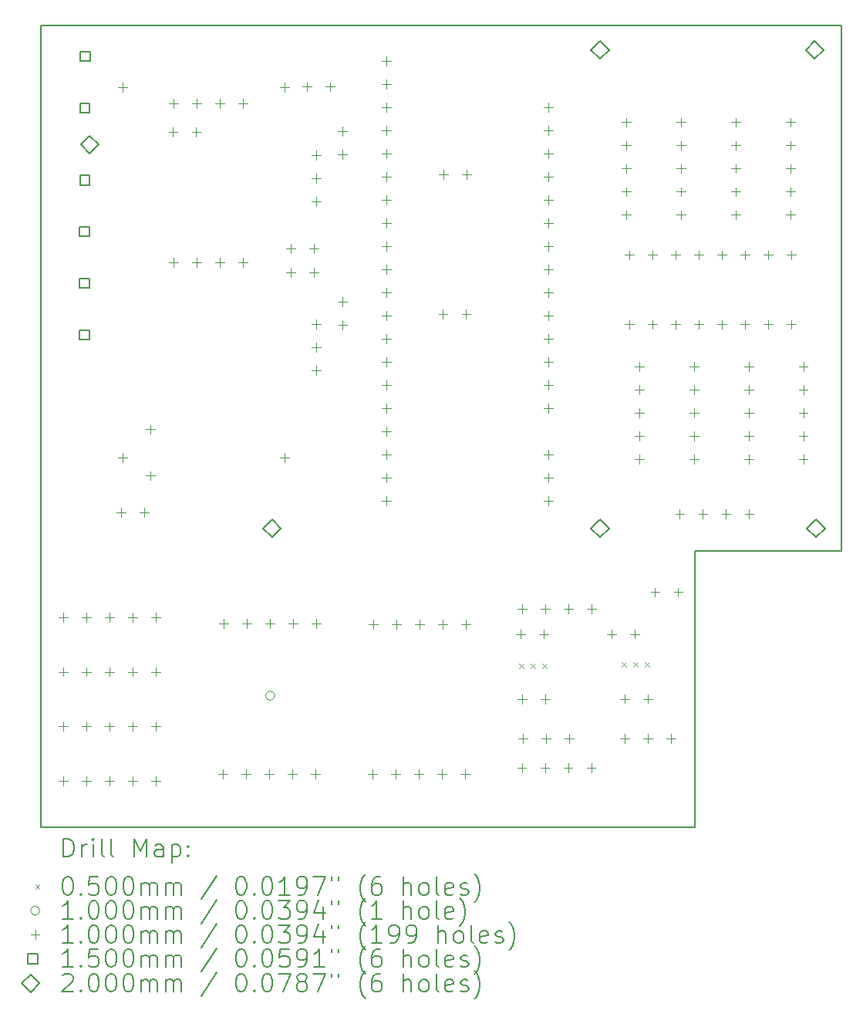
<source format=gbr>
%TF.GenerationSoftware,KiCad,Pcbnew,7.0.7*%
%TF.CreationDate,2024-05-20T14:11:42+03:00*%
%TF.ProjectId,pico-hd-mcu-v2,7069636f-2d68-4642-9d6d-63752d76322e,rev?*%
%TF.SameCoordinates,Original*%
%TF.FileFunction,Drillmap*%
%TF.FilePolarity,Positive*%
%FSLAX45Y45*%
G04 Gerber Fmt 4.5, Leading zero omitted, Abs format (unit mm)*
G04 Created by KiCad (PCBNEW 7.0.7) date 2024-05-20 14:11:42*
%MOMM*%
%LPD*%
G01*
G04 APERTURE LIST*
%ADD10C,0.200000*%
%ADD11C,0.050000*%
%ADD12C,0.100000*%
%ADD13C,0.150000*%
G04 APERTURE END LIST*
D10*
X10975500Y-8425000D02*
X9368000Y-8425000D01*
X9368000Y-11461000D01*
X2181500Y-11461000D01*
X2181500Y-2659000D01*
X10975500Y-2659000D01*
X10975500Y-8425000D01*
D11*
X7433000Y-9666000D02*
X7483000Y-9716000D01*
X7483000Y-9666000D02*
X7433000Y-9716000D01*
X7560000Y-9666000D02*
X7610000Y-9716000D01*
X7610000Y-9666000D02*
X7560000Y-9716000D01*
X7687000Y-9666000D02*
X7737000Y-9716000D01*
X7737000Y-9666000D02*
X7687000Y-9716000D01*
X8560000Y-9646000D02*
X8610000Y-9696000D01*
X8610000Y-9646000D02*
X8560000Y-9696000D01*
X8687000Y-9646000D02*
X8737000Y-9696000D01*
X8737000Y-9646000D02*
X8687000Y-9696000D01*
X8814000Y-9646000D02*
X8864000Y-9696000D01*
X8864000Y-9646000D02*
X8814000Y-9696000D01*
D12*
X4752500Y-10016000D02*
G75*
G03*
X4752500Y-10016000I-50000J0D01*
G01*
X2433500Y-9104000D02*
X2433500Y-9204000D01*
X2383500Y-9154000D02*
X2483500Y-9154000D01*
X2433500Y-9704000D02*
X2433500Y-9804000D01*
X2383500Y-9754000D02*
X2483500Y-9754000D01*
X2433500Y-10304000D02*
X2433500Y-10404000D01*
X2383500Y-10354000D02*
X2483500Y-10354000D01*
X2433500Y-10904000D02*
X2433500Y-11004000D01*
X2383500Y-10954000D02*
X2483500Y-10954000D01*
X2687500Y-9104000D02*
X2687500Y-9204000D01*
X2637500Y-9154000D02*
X2737500Y-9154000D01*
X2687500Y-9704000D02*
X2687500Y-9804000D01*
X2637500Y-9754000D02*
X2737500Y-9754000D01*
X2687500Y-10304000D02*
X2687500Y-10404000D01*
X2637500Y-10354000D02*
X2737500Y-10354000D01*
X2687500Y-10904000D02*
X2687500Y-11004000D01*
X2637500Y-10954000D02*
X2737500Y-10954000D01*
X2941500Y-9104000D02*
X2941500Y-9204000D01*
X2891500Y-9154000D02*
X2991500Y-9154000D01*
X2941500Y-9704000D02*
X2941500Y-9804000D01*
X2891500Y-9754000D02*
X2991500Y-9754000D01*
X2941500Y-10304000D02*
X2941500Y-10404000D01*
X2891500Y-10354000D02*
X2991500Y-10354000D01*
X2941500Y-10904000D02*
X2941500Y-11004000D01*
X2891500Y-10954000D02*
X2991500Y-10954000D01*
X3063750Y-7953000D02*
X3063750Y-8053000D01*
X3013750Y-8003000D02*
X3113750Y-8003000D01*
X3079250Y-3287250D02*
X3079250Y-3387250D01*
X3029250Y-3337250D02*
X3129250Y-3337250D01*
X3079250Y-7351250D02*
X3079250Y-7451250D01*
X3029250Y-7401250D02*
X3129250Y-7401250D01*
X3195500Y-9104000D02*
X3195500Y-9204000D01*
X3145500Y-9154000D02*
X3245500Y-9154000D01*
X3195500Y-9704000D02*
X3195500Y-9804000D01*
X3145500Y-9754000D02*
X3245500Y-9754000D01*
X3195500Y-10304000D02*
X3195500Y-10404000D01*
X3145500Y-10354000D02*
X3245500Y-10354000D01*
X3195500Y-10904000D02*
X3195500Y-11004000D01*
X3145500Y-10954000D02*
X3245500Y-10954000D01*
X3317750Y-7953000D02*
X3317750Y-8053000D01*
X3267750Y-8003000D02*
X3367750Y-8003000D01*
X3388250Y-7044250D02*
X3388250Y-7144250D01*
X3338250Y-7094250D02*
X3438250Y-7094250D01*
X3388250Y-7552250D02*
X3388250Y-7652250D01*
X3338250Y-7602250D02*
X3438250Y-7602250D01*
X3449500Y-9104000D02*
X3449500Y-9204000D01*
X3399500Y-9154000D02*
X3499500Y-9154000D01*
X3449500Y-9704000D02*
X3449500Y-9804000D01*
X3399500Y-9754000D02*
X3499500Y-9754000D01*
X3449500Y-10304000D02*
X3449500Y-10404000D01*
X3399500Y-10354000D02*
X3499500Y-10354000D01*
X3449500Y-10904000D02*
X3449500Y-11004000D01*
X3399500Y-10954000D02*
X3499500Y-10954000D01*
X3636500Y-3780750D02*
X3636500Y-3880750D01*
X3586500Y-3830750D02*
X3686500Y-3830750D01*
X3639750Y-5211500D02*
X3639750Y-5311500D01*
X3589750Y-5261500D02*
X3689750Y-5261500D01*
X3640750Y-3465500D02*
X3640750Y-3565500D01*
X3590750Y-3515500D02*
X3690750Y-3515500D01*
X3890500Y-3780750D02*
X3890500Y-3880750D01*
X3840500Y-3830750D02*
X3940500Y-3830750D01*
X3893750Y-5211500D02*
X3893750Y-5311500D01*
X3843750Y-5261500D02*
X3943750Y-5261500D01*
X3894750Y-3465500D02*
X3894750Y-3565500D01*
X3844750Y-3515500D02*
X3944750Y-3515500D01*
X4147750Y-5211500D02*
X4147750Y-5311500D01*
X4097750Y-5261500D02*
X4197750Y-5261500D01*
X4148750Y-3465500D02*
X4148750Y-3565500D01*
X4098750Y-3515500D02*
X4198750Y-3515500D01*
X4184500Y-10826000D02*
X4184500Y-10926000D01*
X4134500Y-10876000D02*
X4234500Y-10876000D01*
X4190500Y-9175000D02*
X4190500Y-9275000D01*
X4140500Y-9225000D02*
X4240500Y-9225000D01*
X4401750Y-5211500D02*
X4401750Y-5311500D01*
X4351750Y-5261500D02*
X4451750Y-5261500D01*
X4402750Y-3465500D02*
X4402750Y-3565500D01*
X4352750Y-3515500D02*
X4452750Y-3515500D01*
X4438500Y-10826000D02*
X4438500Y-10926000D01*
X4388500Y-10876000D02*
X4488500Y-10876000D01*
X4444500Y-9175000D02*
X4444500Y-9275000D01*
X4394500Y-9225000D02*
X4494500Y-9225000D01*
X4692500Y-10826000D02*
X4692500Y-10926000D01*
X4642500Y-10876000D02*
X4742500Y-10876000D01*
X4698500Y-9175000D02*
X4698500Y-9275000D01*
X4648500Y-9225000D02*
X4748500Y-9225000D01*
X4857250Y-3287250D02*
X4857250Y-3387250D01*
X4807250Y-3337250D02*
X4907250Y-3337250D01*
X4857250Y-7351250D02*
X4857250Y-7451250D01*
X4807250Y-7401250D02*
X4907250Y-7401250D01*
X4929000Y-5061000D02*
X4929000Y-5161000D01*
X4879000Y-5111000D02*
X4979000Y-5111000D01*
X4929000Y-5325000D02*
X4929000Y-5425000D01*
X4879000Y-5375000D02*
X4979000Y-5375000D01*
X4946500Y-10826000D02*
X4946500Y-10926000D01*
X4896500Y-10876000D02*
X4996500Y-10876000D01*
X4952500Y-9175000D02*
X4952500Y-9275000D01*
X4902500Y-9225000D02*
X5002500Y-9225000D01*
X5103750Y-3285500D02*
X5103750Y-3385500D01*
X5053750Y-3335500D02*
X5153750Y-3335500D01*
X5183000Y-5061000D02*
X5183000Y-5161000D01*
X5133000Y-5111000D02*
X5233000Y-5111000D01*
X5183000Y-5325000D02*
X5183000Y-5425000D01*
X5133000Y-5375000D02*
X5233000Y-5375000D01*
X5200500Y-10826000D02*
X5200500Y-10926000D01*
X5150500Y-10876000D02*
X5250500Y-10876000D01*
X5206500Y-9175000D02*
X5206500Y-9275000D01*
X5156500Y-9225000D02*
X5256500Y-9225000D01*
X5207250Y-4033000D02*
X5207250Y-4133000D01*
X5157250Y-4083000D02*
X5257250Y-4083000D01*
X5207250Y-4287000D02*
X5207250Y-4387000D01*
X5157250Y-4337000D02*
X5257250Y-4337000D01*
X5207250Y-4541000D02*
X5207250Y-4641000D01*
X5157250Y-4591000D02*
X5257250Y-4591000D01*
X5209750Y-5887500D02*
X5209750Y-5987500D01*
X5159750Y-5937500D02*
X5259750Y-5937500D01*
X5209750Y-6141500D02*
X5209750Y-6241500D01*
X5159750Y-6191500D02*
X5259750Y-6191500D01*
X5209750Y-6395500D02*
X5209750Y-6495500D01*
X5159750Y-6445500D02*
X5259750Y-6445500D01*
X5357750Y-3285500D02*
X5357750Y-3385500D01*
X5307750Y-3335500D02*
X5407750Y-3335500D01*
X5497250Y-3774250D02*
X5497250Y-3874250D01*
X5447250Y-3824250D02*
X5547250Y-3824250D01*
X5497250Y-4028250D02*
X5497250Y-4128250D01*
X5447250Y-4078250D02*
X5547250Y-4078250D01*
X5498500Y-5642250D02*
X5498500Y-5742250D01*
X5448500Y-5692250D02*
X5548500Y-5692250D01*
X5498500Y-5896250D02*
X5498500Y-5996250D01*
X5448500Y-5946250D02*
X5548500Y-5946250D01*
X5828500Y-10826000D02*
X5828500Y-10926000D01*
X5778500Y-10876000D02*
X5878500Y-10876000D01*
X5835500Y-9182000D02*
X5835500Y-9282000D01*
X5785500Y-9232000D02*
X5885500Y-9232000D01*
X5975500Y-2999000D02*
X5975500Y-3099000D01*
X5925500Y-3049000D02*
X6025500Y-3049000D01*
X5975500Y-3253000D02*
X5975500Y-3353000D01*
X5925500Y-3303000D02*
X6025500Y-3303000D01*
X5975500Y-3507000D02*
X5975500Y-3607000D01*
X5925500Y-3557000D02*
X6025500Y-3557000D01*
X5975500Y-3761000D02*
X5975500Y-3861000D01*
X5925500Y-3811000D02*
X6025500Y-3811000D01*
X5975500Y-4015000D02*
X5975500Y-4115000D01*
X5925500Y-4065000D02*
X6025500Y-4065000D01*
X5975500Y-4269000D02*
X5975500Y-4369000D01*
X5925500Y-4319000D02*
X6025500Y-4319000D01*
X5975500Y-4523000D02*
X5975500Y-4623000D01*
X5925500Y-4573000D02*
X6025500Y-4573000D01*
X5975500Y-4777000D02*
X5975500Y-4877000D01*
X5925500Y-4827000D02*
X6025500Y-4827000D01*
X5975500Y-5031000D02*
X5975500Y-5131000D01*
X5925500Y-5081000D02*
X6025500Y-5081000D01*
X5975500Y-5285000D02*
X5975500Y-5385000D01*
X5925500Y-5335000D02*
X6025500Y-5335000D01*
X5975500Y-5539000D02*
X5975500Y-5639000D01*
X5925500Y-5589000D02*
X6025500Y-5589000D01*
X5975500Y-5793000D02*
X5975500Y-5893000D01*
X5925500Y-5843000D02*
X6025500Y-5843000D01*
X5975500Y-6047000D02*
X5975500Y-6147000D01*
X5925500Y-6097000D02*
X6025500Y-6097000D01*
X5975500Y-6301000D02*
X5975500Y-6401000D01*
X5925500Y-6351000D02*
X6025500Y-6351000D01*
X5975500Y-6555000D02*
X5975500Y-6655000D01*
X5925500Y-6605000D02*
X6025500Y-6605000D01*
X5975500Y-6809000D02*
X5975500Y-6909000D01*
X5925500Y-6859000D02*
X6025500Y-6859000D01*
X5975500Y-7063000D02*
X5975500Y-7163000D01*
X5925500Y-7113000D02*
X6025500Y-7113000D01*
X5975500Y-7317000D02*
X5975500Y-7417000D01*
X5925500Y-7367000D02*
X6025500Y-7367000D01*
X5975500Y-7571000D02*
X5975500Y-7671000D01*
X5925500Y-7621000D02*
X6025500Y-7621000D01*
X5975500Y-7825000D02*
X5975500Y-7925000D01*
X5925500Y-7875000D02*
X6025500Y-7875000D01*
X6082500Y-10826000D02*
X6082500Y-10926000D01*
X6032500Y-10876000D02*
X6132500Y-10876000D01*
X6089500Y-9182000D02*
X6089500Y-9282000D01*
X6039500Y-9232000D02*
X6139500Y-9232000D01*
X6336500Y-10826000D02*
X6336500Y-10926000D01*
X6286500Y-10876000D02*
X6386500Y-10876000D01*
X6343500Y-9182000D02*
X6343500Y-9282000D01*
X6293500Y-9232000D02*
X6393500Y-9232000D01*
X6590500Y-10826000D02*
X6590500Y-10926000D01*
X6540500Y-10876000D02*
X6640500Y-10876000D01*
X6597500Y-9182000D02*
X6597500Y-9282000D01*
X6547500Y-9232000D02*
X6647500Y-9232000D01*
X6599250Y-5782250D02*
X6599250Y-5882250D01*
X6549250Y-5832250D02*
X6649250Y-5832250D01*
X6601250Y-4248250D02*
X6601250Y-4348250D01*
X6551250Y-4298250D02*
X6651250Y-4298250D01*
X6844500Y-10826000D02*
X6844500Y-10926000D01*
X6794500Y-10876000D02*
X6894500Y-10876000D01*
X6851500Y-9182000D02*
X6851500Y-9282000D01*
X6801500Y-9232000D02*
X6901500Y-9232000D01*
X6853250Y-5782250D02*
X6853250Y-5882250D01*
X6803250Y-5832250D02*
X6903250Y-5832250D01*
X6855250Y-4248250D02*
X6855250Y-4348250D01*
X6805250Y-4298250D02*
X6905250Y-4298250D01*
X7450000Y-9289000D02*
X7450000Y-9389000D01*
X7400000Y-9339000D02*
X7500000Y-9339000D01*
X7464000Y-10757000D02*
X7464000Y-10857000D01*
X7414000Y-10807000D02*
X7514000Y-10807000D01*
X7465000Y-9011000D02*
X7465000Y-9111000D01*
X7415000Y-9061000D02*
X7515000Y-9061000D01*
X7468000Y-10003000D02*
X7468000Y-10103000D01*
X7418000Y-10053000D02*
X7518000Y-10053000D01*
X7479000Y-10437000D02*
X7479000Y-10537000D01*
X7429000Y-10487000D02*
X7529000Y-10487000D01*
X7704000Y-9289000D02*
X7704000Y-9389000D01*
X7654000Y-9339000D02*
X7754000Y-9339000D01*
X7718000Y-10757000D02*
X7718000Y-10857000D01*
X7668000Y-10807000D02*
X7768000Y-10807000D01*
X7719000Y-9011000D02*
X7719000Y-9111000D01*
X7669000Y-9061000D02*
X7769000Y-9061000D01*
X7722000Y-10003000D02*
X7722000Y-10103000D01*
X7672000Y-10053000D02*
X7772000Y-10053000D01*
X7733000Y-10437000D02*
X7733000Y-10537000D01*
X7683000Y-10487000D02*
X7783000Y-10487000D01*
X7753500Y-3507000D02*
X7753500Y-3607000D01*
X7703500Y-3557000D02*
X7803500Y-3557000D01*
X7753500Y-3761000D02*
X7753500Y-3861000D01*
X7703500Y-3811000D02*
X7803500Y-3811000D01*
X7753500Y-4015000D02*
X7753500Y-4115000D01*
X7703500Y-4065000D02*
X7803500Y-4065000D01*
X7753500Y-4269000D02*
X7753500Y-4369000D01*
X7703500Y-4319000D02*
X7803500Y-4319000D01*
X7753500Y-4523000D02*
X7753500Y-4623000D01*
X7703500Y-4573000D02*
X7803500Y-4573000D01*
X7753500Y-4777000D02*
X7753500Y-4877000D01*
X7703500Y-4827000D02*
X7803500Y-4827000D01*
X7753500Y-5031000D02*
X7753500Y-5131000D01*
X7703500Y-5081000D02*
X7803500Y-5081000D01*
X7753500Y-5285000D02*
X7753500Y-5385000D01*
X7703500Y-5335000D02*
X7803500Y-5335000D01*
X7753500Y-5539000D02*
X7753500Y-5639000D01*
X7703500Y-5589000D02*
X7803500Y-5589000D01*
X7753500Y-5793000D02*
X7753500Y-5893000D01*
X7703500Y-5843000D02*
X7803500Y-5843000D01*
X7753500Y-6047000D02*
X7753500Y-6147000D01*
X7703500Y-6097000D02*
X7803500Y-6097000D01*
X7753500Y-6301000D02*
X7753500Y-6401000D01*
X7703500Y-6351000D02*
X7803500Y-6351000D01*
X7753500Y-6555000D02*
X7753500Y-6655000D01*
X7703500Y-6605000D02*
X7803500Y-6605000D01*
X7753500Y-6809000D02*
X7753500Y-6909000D01*
X7703500Y-6859000D02*
X7803500Y-6859000D01*
X7753500Y-7317000D02*
X7753500Y-7417000D01*
X7703500Y-7367000D02*
X7803500Y-7367000D01*
X7753500Y-7571000D02*
X7753500Y-7671000D01*
X7703500Y-7621000D02*
X7803500Y-7621000D01*
X7753500Y-7825000D02*
X7753500Y-7925000D01*
X7703500Y-7875000D02*
X7803500Y-7875000D01*
X7972000Y-10757000D02*
X7972000Y-10857000D01*
X7922000Y-10807000D02*
X8022000Y-10807000D01*
X7973000Y-9011000D02*
X7973000Y-9111000D01*
X7923000Y-9061000D02*
X8023000Y-9061000D01*
X7987000Y-10437000D02*
X7987000Y-10537000D01*
X7937000Y-10487000D02*
X8037000Y-10487000D01*
X8226000Y-10757000D02*
X8226000Y-10857000D01*
X8176000Y-10807000D02*
X8276000Y-10807000D01*
X8227000Y-9011000D02*
X8227000Y-9111000D01*
X8177000Y-9061000D02*
X8277000Y-9061000D01*
X8447000Y-9289000D02*
X8447000Y-9389000D01*
X8397000Y-9339000D02*
X8497000Y-9339000D01*
X8592000Y-10438000D02*
X8592000Y-10538000D01*
X8542000Y-10488000D02*
X8642000Y-10488000D01*
X8593000Y-10000000D02*
X8593000Y-10100000D01*
X8543000Y-10050000D02*
X8643000Y-10050000D01*
X8613000Y-3674500D02*
X8613000Y-3774500D01*
X8563000Y-3724500D02*
X8663000Y-3724500D01*
X8613000Y-3928500D02*
X8613000Y-4028500D01*
X8563000Y-3978500D02*
X8663000Y-3978500D01*
X8613000Y-4182500D02*
X8613000Y-4282500D01*
X8563000Y-4232500D02*
X8663000Y-4232500D01*
X8613000Y-4436500D02*
X8613000Y-4536500D01*
X8563000Y-4486500D02*
X8663000Y-4486500D01*
X8613000Y-4690500D02*
X8613000Y-4790500D01*
X8563000Y-4740500D02*
X8663000Y-4740500D01*
X8642750Y-5130500D02*
X8642750Y-5230500D01*
X8592750Y-5180500D02*
X8692750Y-5180500D01*
X8642750Y-5892500D02*
X8642750Y-5992500D01*
X8592750Y-5942500D02*
X8692750Y-5942500D01*
X8701000Y-9289000D02*
X8701000Y-9389000D01*
X8651000Y-9339000D02*
X8751000Y-9339000D01*
X8754000Y-6357500D02*
X8754000Y-6457500D01*
X8704000Y-6407500D02*
X8804000Y-6407500D01*
X8754000Y-6611500D02*
X8754000Y-6711500D01*
X8704000Y-6661500D02*
X8804000Y-6661500D01*
X8754000Y-6865500D02*
X8754000Y-6965500D01*
X8704000Y-6915500D02*
X8804000Y-6915500D01*
X8754000Y-7119500D02*
X8754000Y-7219500D01*
X8704000Y-7169500D02*
X8804000Y-7169500D01*
X8754000Y-7373500D02*
X8754000Y-7473500D01*
X8704000Y-7423500D02*
X8804000Y-7423500D01*
X8846000Y-10438000D02*
X8846000Y-10538000D01*
X8796000Y-10488000D02*
X8896000Y-10488000D01*
X8847000Y-10000000D02*
X8847000Y-10100000D01*
X8797000Y-10050000D02*
X8897000Y-10050000D01*
X8896750Y-5130500D02*
X8896750Y-5230500D01*
X8846750Y-5180500D02*
X8946750Y-5180500D01*
X8896750Y-5892500D02*
X8896750Y-5992500D01*
X8846750Y-5942500D02*
X8946750Y-5942500D01*
X8928000Y-8831000D02*
X8928000Y-8931000D01*
X8878000Y-8881000D02*
X8978000Y-8881000D01*
X9100000Y-10438000D02*
X9100000Y-10538000D01*
X9050000Y-10488000D02*
X9150000Y-10488000D01*
X9150750Y-5130500D02*
X9150750Y-5230500D01*
X9100750Y-5180500D02*
X9200750Y-5180500D01*
X9150750Y-5892500D02*
X9150750Y-5992500D01*
X9100750Y-5942500D02*
X9200750Y-5942500D01*
X9182000Y-8831000D02*
X9182000Y-8931000D01*
X9132000Y-8881000D02*
X9232000Y-8881000D01*
X9198750Y-7970750D02*
X9198750Y-8070750D01*
X9148750Y-8020750D02*
X9248750Y-8020750D01*
X9213000Y-3674500D02*
X9213000Y-3774500D01*
X9163000Y-3724500D02*
X9263000Y-3724500D01*
X9213000Y-3928500D02*
X9213000Y-4028500D01*
X9163000Y-3978500D02*
X9263000Y-3978500D01*
X9213000Y-4182500D02*
X9213000Y-4282500D01*
X9163000Y-4232500D02*
X9263000Y-4232500D01*
X9213000Y-4436500D02*
X9213000Y-4536500D01*
X9163000Y-4486500D02*
X9263000Y-4486500D01*
X9213000Y-4690500D02*
X9213000Y-4790500D01*
X9163000Y-4740500D02*
X9263000Y-4740500D01*
X9354000Y-6357500D02*
X9354000Y-6457500D01*
X9304000Y-6407500D02*
X9404000Y-6407500D01*
X9354000Y-6611500D02*
X9354000Y-6711500D01*
X9304000Y-6661500D02*
X9404000Y-6661500D01*
X9354000Y-6865500D02*
X9354000Y-6965500D01*
X9304000Y-6915500D02*
X9404000Y-6915500D01*
X9354000Y-7119500D02*
X9354000Y-7219500D01*
X9304000Y-7169500D02*
X9404000Y-7169500D01*
X9354000Y-7373500D02*
X9354000Y-7473500D01*
X9304000Y-7423500D02*
X9404000Y-7423500D01*
X9404750Y-5130500D02*
X9404750Y-5230500D01*
X9354750Y-5180500D02*
X9454750Y-5180500D01*
X9404750Y-5892500D02*
X9404750Y-5992500D01*
X9354750Y-5942500D02*
X9454750Y-5942500D01*
X9452750Y-7970750D02*
X9452750Y-8070750D01*
X9402750Y-8020750D02*
X9502750Y-8020750D01*
X9658750Y-5130500D02*
X9658750Y-5230500D01*
X9608750Y-5180500D02*
X9708750Y-5180500D01*
X9658750Y-5892500D02*
X9658750Y-5992500D01*
X9608750Y-5942500D02*
X9708750Y-5942500D01*
X9706750Y-7970750D02*
X9706750Y-8070750D01*
X9656750Y-8020750D02*
X9756750Y-8020750D01*
X9813000Y-3674500D02*
X9813000Y-3774500D01*
X9763000Y-3724500D02*
X9863000Y-3724500D01*
X9813000Y-3928500D02*
X9813000Y-4028500D01*
X9763000Y-3978500D02*
X9863000Y-3978500D01*
X9813000Y-4182500D02*
X9813000Y-4282500D01*
X9763000Y-4232500D02*
X9863000Y-4232500D01*
X9813000Y-4436500D02*
X9813000Y-4536500D01*
X9763000Y-4486500D02*
X9863000Y-4486500D01*
X9813000Y-4690500D02*
X9813000Y-4790500D01*
X9763000Y-4740500D02*
X9863000Y-4740500D01*
X9912750Y-5130500D02*
X9912750Y-5230500D01*
X9862750Y-5180500D02*
X9962750Y-5180500D01*
X9912750Y-5892500D02*
X9912750Y-5992500D01*
X9862750Y-5942500D02*
X9962750Y-5942500D01*
X9954000Y-6357500D02*
X9954000Y-6457500D01*
X9904000Y-6407500D02*
X10004000Y-6407500D01*
X9954000Y-6611500D02*
X9954000Y-6711500D01*
X9904000Y-6661500D02*
X10004000Y-6661500D01*
X9954000Y-6865500D02*
X9954000Y-6965500D01*
X9904000Y-6915500D02*
X10004000Y-6915500D01*
X9954000Y-7119500D02*
X9954000Y-7219500D01*
X9904000Y-7169500D02*
X10004000Y-7169500D01*
X9954000Y-7373500D02*
X9954000Y-7473500D01*
X9904000Y-7423500D02*
X10004000Y-7423500D01*
X9960750Y-7970750D02*
X9960750Y-8070750D01*
X9910750Y-8020750D02*
X10010750Y-8020750D01*
X10166750Y-5130500D02*
X10166750Y-5230500D01*
X10116750Y-5180500D02*
X10216750Y-5180500D01*
X10166750Y-5892500D02*
X10166750Y-5992500D01*
X10116750Y-5942500D02*
X10216750Y-5942500D01*
X10413000Y-3674500D02*
X10413000Y-3774500D01*
X10363000Y-3724500D02*
X10463000Y-3724500D01*
X10413000Y-3928500D02*
X10413000Y-4028500D01*
X10363000Y-3978500D02*
X10463000Y-3978500D01*
X10413000Y-4182500D02*
X10413000Y-4282500D01*
X10363000Y-4232500D02*
X10463000Y-4232500D01*
X10413000Y-4436500D02*
X10413000Y-4536500D01*
X10363000Y-4486500D02*
X10463000Y-4486500D01*
X10413000Y-4690500D02*
X10413000Y-4790500D01*
X10363000Y-4740500D02*
X10463000Y-4740500D01*
X10420750Y-5130500D02*
X10420750Y-5230500D01*
X10370750Y-5180500D02*
X10470750Y-5180500D01*
X10420750Y-5892500D02*
X10420750Y-5992500D01*
X10370750Y-5942500D02*
X10470750Y-5942500D01*
X10554000Y-6357500D02*
X10554000Y-6457500D01*
X10504000Y-6407500D02*
X10604000Y-6407500D01*
X10554000Y-6611500D02*
X10554000Y-6711500D01*
X10504000Y-6661500D02*
X10604000Y-6661500D01*
X10554000Y-6865500D02*
X10554000Y-6965500D01*
X10504000Y-6915500D02*
X10604000Y-6915500D01*
X10554000Y-7119500D02*
X10554000Y-7219500D01*
X10504000Y-7169500D02*
X10604000Y-7169500D01*
X10554000Y-7373500D02*
X10554000Y-7473500D01*
X10504000Y-7423500D02*
X10604000Y-7423500D01*
D13*
X2716034Y-4977784D02*
X2716034Y-4871717D01*
X2609967Y-4871717D01*
X2609967Y-4977784D01*
X2716034Y-4977784D01*
X2717534Y-6108783D02*
X2717534Y-6002716D01*
X2611467Y-6002716D01*
X2611467Y-6108783D01*
X2717534Y-6108783D01*
X2718034Y-5544034D02*
X2718034Y-5437967D01*
X2611967Y-5437967D01*
X2611967Y-5544034D01*
X2718034Y-5544034D01*
X2719284Y-4414284D02*
X2719284Y-4308217D01*
X2613217Y-4308217D01*
X2613217Y-4414284D01*
X2719284Y-4414284D01*
X2721284Y-3622283D02*
X2721284Y-3516216D01*
X2615217Y-3516216D01*
X2615217Y-3622283D01*
X2721284Y-3622283D01*
X2723284Y-3052283D02*
X2723284Y-2946216D01*
X2617217Y-2946216D01*
X2617217Y-3052283D01*
X2723284Y-3052283D01*
D10*
X2721250Y-4069250D02*
X2821250Y-3969250D01*
X2721250Y-3869250D01*
X2621250Y-3969250D01*
X2721250Y-4069250D01*
X4721250Y-8279250D02*
X4821250Y-8179250D01*
X4721250Y-8079250D01*
X4621250Y-8179250D01*
X4721250Y-8279250D01*
X8321250Y-3029250D02*
X8421250Y-2929250D01*
X8321250Y-2829250D01*
X8221250Y-2929250D01*
X8321250Y-3029250D01*
X8321250Y-8279250D02*
X8421250Y-8179250D01*
X8321250Y-8079250D01*
X8221250Y-8179250D01*
X8321250Y-8279250D01*
X10680250Y-3029250D02*
X10780250Y-2929250D01*
X10680250Y-2829250D01*
X10580250Y-2929250D01*
X10680250Y-3029250D01*
X10691250Y-8279250D02*
X10791250Y-8179250D01*
X10691250Y-8079250D01*
X10591250Y-8179250D01*
X10691250Y-8279250D01*
X2432277Y-11782484D02*
X2432277Y-11582484D01*
X2432277Y-11582484D02*
X2479896Y-11582484D01*
X2479896Y-11582484D02*
X2508467Y-11592008D01*
X2508467Y-11592008D02*
X2527515Y-11611055D01*
X2527515Y-11611055D02*
X2537039Y-11630103D01*
X2537039Y-11630103D02*
X2546563Y-11668198D01*
X2546563Y-11668198D02*
X2546563Y-11696769D01*
X2546563Y-11696769D02*
X2537039Y-11734865D01*
X2537039Y-11734865D02*
X2527515Y-11753912D01*
X2527515Y-11753912D02*
X2508467Y-11772960D01*
X2508467Y-11772960D02*
X2479896Y-11782484D01*
X2479896Y-11782484D02*
X2432277Y-11782484D01*
X2632277Y-11782484D02*
X2632277Y-11649150D01*
X2632277Y-11687246D02*
X2641801Y-11668198D01*
X2641801Y-11668198D02*
X2651324Y-11658674D01*
X2651324Y-11658674D02*
X2670372Y-11649150D01*
X2670372Y-11649150D02*
X2689420Y-11649150D01*
X2756086Y-11782484D02*
X2756086Y-11649150D01*
X2756086Y-11582484D02*
X2746563Y-11592008D01*
X2746563Y-11592008D02*
X2756086Y-11601531D01*
X2756086Y-11601531D02*
X2765610Y-11592008D01*
X2765610Y-11592008D02*
X2756086Y-11582484D01*
X2756086Y-11582484D02*
X2756086Y-11601531D01*
X2879896Y-11782484D02*
X2860848Y-11772960D01*
X2860848Y-11772960D02*
X2851324Y-11753912D01*
X2851324Y-11753912D02*
X2851324Y-11582484D01*
X2984658Y-11782484D02*
X2965610Y-11772960D01*
X2965610Y-11772960D02*
X2956086Y-11753912D01*
X2956086Y-11753912D02*
X2956086Y-11582484D01*
X3213229Y-11782484D02*
X3213229Y-11582484D01*
X3213229Y-11582484D02*
X3279896Y-11725341D01*
X3279896Y-11725341D02*
X3346562Y-11582484D01*
X3346562Y-11582484D02*
X3346562Y-11782484D01*
X3527515Y-11782484D02*
X3527515Y-11677722D01*
X3527515Y-11677722D02*
X3517991Y-11658674D01*
X3517991Y-11658674D02*
X3498943Y-11649150D01*
X3498943Y-11649150D02*
X3460848Y-11649150D01*
X3460848Y-11649150D02*
X3441801Y-11658674D01*
X3527515Y-11772960D02*
X3508467Y-11782484D01*
X3508467Y-11782484D02*
X3460848Y-11782484D01*
X3460848Y-11782484D02*
X3441801Y-11772960D01*
X3441801Y-11772960D02*
X3432277Y-11753912D01*
X3432277Y-11753912D02*
X3432277Y-11734865D01*
X3432277Y-11734865D02*
X3441801Y-11715817D01*
X3441801Y-11715817D02*
X3460848Y-11706293D01*
X3460848Y-11706293D02*
X3508467Y-11706293D01*
X3508467Y-11706293D02*
X3527515Y-11696769D01*
X3622753Y-11649150D02*
X3622753Y-11849150D01*
X3622753Y-11658674D02*
X3641801Y-11649150D01*
X3641801Y-11649150D02*
X3679896Y-11649150D01*
X3679896Y-11649150D02*
X3698943Y-11658674D01*
X3698943Y-11658674D02*
X3708467Y-11668198D01*
X3708467Y-11668198D02*
X3717991Y-11687246D01*
X3717991Y-11687246D02*
X3717991Y-11744388D01*
X3717991Y-11744388D02*
X3708467Y-11763436D01*
X3708467Y-11763436D02*
X3698943Y-11772960D01*
X3698943Y-11772960D02*
X3679896Y-11782484D01*
X3679896Y-11782484D02*
X3641801Y-11782484D01*
X3641801Y-11782484D02*
X3622753Y-11772960D01*
X3803705Y-11763436D02*
X3813229Y-11772960D01*
X3813229Y-11772960D02*
X3803705Y-11782484D01*
X3803705Y-11782484D02*
X3794182Y-11772960D01*
X3794182Y-11772960D02*
X3803705Y-11763436D01*
X3803705Y-11763436D02*
X3803705Y-11782484D01*
X3803705Y-11658674D02*
X3813229Y-11668198D01*
X3813229Y-11668198D02*
X3803705Y-11677722D01*
X3803705Y-11677722D02*
X3794182Y-11668198D01*
X3794182Y-11668198D02*
X3803705Y-11658674D01*
X3803705Y-11658674D02*
X3803705Y-11677722D01*
D11*
X2121500Y-12086000D02*
X2171500Y-12136000D01*
X2171500Y-12086000D02*
X2121500Y-12136000D01*
D10*
X2470372Y-12002484D02*
X2489420Y-12002484D01*
X2489420Y-12002484D02*
X2508467Y-12012008D01*
X2508467Y-12012008D02*
X2517991Y-12021531D01*
X2517991Y-12021531D02*
X2527515Y-12040579D01*
X2527515Y-12040579D02*
X2537039Y-12078674D01*
X2537039Y-12078674D02*
X2537039Y-12126293D01*
X2537039Y-12126293D02*
X2527515Y-12164388D01*
X2527515Y-12164388D02*
X2517991Y-12183436D01*
X2517991Y-12183436D02*
X2508467Y-12192960D01*
X2508467Y-12192960D02*
X2489420Y-12202484D01*
X2489420Y-12202484D02*
X2470372Y-12202484D01*
X2470372Y-12202484D02*
X2451324Y-12192960D01*
X2451324Y-12192960D02*
X2441801Y-12183436D01*
X2441801Y-12183436D02*
X2432277Y-12164388D01*
X2432277Y-12164388D02*
X2422753Y-12126293D01*
X2422753Y-12126293D02*
X2422753Y-12078674D01*
X2422753Y-12078674D02*
X2432277Y-12040579D01*
X2432277Y-12040579D02*
X2441801Y-12021531D01*
X2441801Y-12021531D02*
X2451324Y-12012008D01*
X2451324Y-12012008D02*
X2470372Y-12002484D01*
X2622753Y-12183436D02*
X2632277Y-12192960D01*
X2632277Y-12192960D02*
X2622753Y-12202484D01*
X2622753Y-12202484D02*
X2613229Y-12192960D01*
X2613229Y-12192960D02*
X2622753Y-12183436D01*
X2622753Y-12183436D02*
X2622753Y-12202484D01*
X2813229Y-12002484D02*
X2717991Y-12002484D01*
X2717991Y-12002484D02*
X2708467Y-12097722D01*
X2708467Y-12097722D02*
X2717991Y-12088198D01*
X2717991Y-12088198D02*
X2737039Y-12078674D01*
X2737039Y-12078674D02*
X2784658Y-12078674D01*
X2784658Y-12078674D02*
X2803705Y-12088198D01*
X2803705Y-12088198D02*
X2813229Y-12097722D01*
X2813229Y-12097722D02*
X2822753Y-12116769D01*
X2822753Y-12116769D02*
X2822753Y-12164388D01*
X2822753Y-12164388D02*
X2813229Y-12183436D01*
X2813229Y-12183436D02*
X2803705Y-12192960D01*
X2803705Y-12192960D02*
X2784658Y-12202484D01*
X2784658Y-12202484D02*
X2737039Y-12202484D01*
X2737039Y-12202484D02*
X2717991Y-12192960D01*
X2717991Y-12192960D02*
X2708467Y-12183436D01*
X2946562Y-12002484D02*
X2965610Y-12002484D01*
X2965610Y-12002484D02*
X2984658Y-12012008D01*
X2984658Y-12012008D02*
X2994182Y-12021531D01*
X2994182Y-12021531D02*
X3003705Y-12040579D01*
X3003705Y-12040579D02*
X3013229Y-12078674D01*
X3013229Y-12078674D02*
X3013229Y-12126293D01*
X3013229Y-12126293D02*
X3003705Y-12164388D01*
X3003705Y-12164388D02*
X2994182Y-12183436D01*
X2994182Y-12183436D02*
X2984658Y-12192960D01*
X2984658Y-12192960D02*
X2965610Y-12202484D01*
X2965610Y-12202484D02*
X2946562Y-12202484D01*
X2946562Y-12202484D02*
X2927515Y-12192960D01*
X2927515Y-12192960D02*
X2917991Y-12183436D01*
X2917991Y-12183436D02*
X2908467Y-12164388D01*
X2908467Y-12164388D02*
X2898943Y-12126293D01*
X2898943Y-12126293D02*
X2898943Y-12078674D01*
X2898943Y-12078674D02*
X2908467Y-12040579D01*
X2908467Y-12040579D02*
X2917991Y-12021531D01*
X2917991Y-12021531D02*
X2927515Y-12012008D01*
X2927515Y-12012008D02*
X2946562Y-12002484D01*
X3137039Y-12002484D02*
X3156086Y-12002484D01*
X3156086Y-12002484D02*
X3175134Y-12012008D01*
X3175134Y-12012008D02*
X3184658Y-12021531D01*
X3184658Y-12021531D02*
X3194182Y-12040579D01*
X3194182Y-12040579D02*
X3203705Y-12078674D01*
X3203705Y-12078674D02*
X3203705Y-12126293D01*
X3203705Y-12126293D02*
X3194182Y-12164388D01*
X3194182Y-12164388D02*
X3184658Y-12183436D01*
X3184658Y-12183436D02*
X3175134Y-12192960D01*
X3175134Y-12192960D02*
X3156086Y-12202484D01*
X3156086Y-12202484D02*
X3137039Y-12202484D01*
X3137039Y-12202484D02*
X3117991Y-12192960D01*
X3117991Y-12192960D02*
X3108467Y-12183436D01*
X3108467Y-12183436D02*
X3098943Y-12164388D01*
X3098943Y-12164388D02*
X3089420Y-12126293D01*
X3089420Y-12126293D02*
X3089420Y-12078674D01*
X3089420Y-12078674D02*
X3098943Y-12040579D01*
X3098943Y-12040579D02*
X3108467Y-12021531D01*
X3108467Y-12021531D02*
X3117991Y-12012008D01*
X3117991Y-12012008D02*
X3137039Y-12002484D01*
X3289420Y-12202484D02*
X3289420Y-12069150D01*
X3289420Y-12088198D02*
X3298943Y-12078674D01*
X3298943Y-12078674D02*
X3317991Y-12069150D01*
X3317991Y-12069150D02*
X3346563Y-12069150D01*
X3346563Y-12069150D02*
X3365610Y-12078674D01*
X3365610Y-12078674D02*
X3375134Y-12097722D01*
X3375134Y-12097722D02*
X3375134Y-12202484D01*
X3375134Y-12097722D02*
X3384658Y-12078674D01*
X3384658Y-12078674D02*
X3403705Y-12069150D01*
X3403705Y-12069150D02*
X3432277Y-12069150D01*
X3432277Y-12069150D02*
X3451324Y-12078674D01*
X3451324Y-12078674D02*
X3460848Y-12097722D01*
X3460848Y-12097722D02*
X3460848Y-12202484D01*
X3556086Y-12202484D02*
X3556086Y-12069150D01*
X3556086Y-12088198D02*
X3565610Y-12078674D01*
X3565610Y-12078674D02*
X3584658Y-12069150D01*
X3584658Y-12069150D02*
X3613229Y-12069150D01*
X3613229Y-12069150D02*
X3632277Y-12078674D01*
X3632277Y-12078674D02*
X3641801Y-12097722D01*
X3641801Y-12097722D02*
X3641801Y-12202484D01*
X3641801Y-12097722D02*
X3651324Y-12078674D01*
X3651324Y-12078674D02*
X3670372Y-12069150D01*
X3670372Y-12069150D02*
X3698943Y-12069150D01*
X3698943Y-12069150D02*
X3717991Y-12078674D01*
X3717991Y-12078674D02*
X3727515Y-12097722D01*
X3727515Y-12097722D02*
X3727515Y-12202484D01*
X4117991Y-11992960D02*
X3946563Y-12250103D01*
X4375134Y-12002484D02*
X4394182Y-12002484D01*
X4394182Y-12002484D02*
X4413229Y-12012008D01*
X4413229Y-12012008D02*
X4422753Y-12021531D01*
X4422753Y-12021531D02*
X4432277Y-12040579D01*
X4432277Y-12040579D02*
X4441801Y-12078674D01*
X4441801Y-12078674D02*
X4441801Y-12126293D01*
X4441801Y-12126293D02*
X4432277Y-12164388D01*
X4432277Y-12164388D02*
X4422753Y-12183436D01*
X4422753Y-12183436D02*
X4413229Y-12192960D01*
X4413229Y-12192960D02*
X4394182Y-12202484D01*
X4394182Y-12202484D02*
X4375134Y-12202484D01*
X4375134Y-12202484D02*
X4356087Y-12192960D01*
X4356087Y-12192960D02*
X4346563Y-12183436D01*
X4346563Y-12183436D02*
X4337039Y-12164388D01*
X4337039Y-12164388D02*
X4327515Y-12126293D01*
X4327515Y-12126293D02*
X4327515Y-12078674D01*
X4327515Y-12078674D02*
X4337039Y-12040579D01*
X4337039Y-12040579D02*
X4346563Y-12021531D01*
X4346563Y-12021531D02*
X4356087Y-12012008D01*
X4356087Y-12012008D02*
X4375134Y-12002484D01*
X4527515Y-12183436D02*
X4537039Y-12192960D01*
X4537039Y-12192960D02*
X4527515Y-12202484D01*
X4527515Y-12202484D02*
X4517991Y-12192960D01*
X4517991Y-12192960D02*
X4527515Y-12183436D01*
X4527515Y-12183436D02*
X4527515Y-12202484D01*
X4660848Y-12002484D02*
X4679896Y-12002484D01*
X4679896Y-12002484D02*
X4698944Y-12012008D01*
X4698944Y-12012008D02*
X4708468Y-12021531D01*
X4708468Y-12021531D02*
X4717991Y-12040579D01*
X4717991Y-12040579D02*
X4727515Y-12078674D01*
X4727515Y-12078674D02*
X4727515Y-12126293D01*
X4727515Y-12126293D02*
X4717991Y-12164388D01*
X4717991Y-12164388D02*
X4708468Y-12183436D01*
X4708468Y-12183436D02*
X4698944Y-12192960D01*
X4698944Y-12192960D02*
X4679896Y-12202484D01*
X4679896Y-12202484D02*
X4660848Y-12202484D01*
X4660848Y-12202484D02*
X4641801Y-12192960D01*
X4641801Y-12192960D02*
X4632277Y-12183436D01*
X4632277Y-12183436D02*
X4622753Y-12164388D01*
X4622753Y-12164388D02*
X4613229Y-12126293D01*
X4613229Y-12126293D02*
X4613229Y-12078674D01*
X4613229Y-12078674D02*
X4622753Y-12040579D01*
X4622753Y-12040579D02*
X4632277Y-12021531D01*
X4632277Y-12021531D02*
X4641801Y-12012008D01*
X4641801Y-12012008D02*
X4660848Y-12002484D01*
X4917991Y-12202484D02*
X4803706Y-12202484D01*
X4860848Y-12202484D02*
X4860848Y-12002484D01*
X4860848Y-12002484D02*
X4841801Y-12031055D01*
X4841801Y-12031055D02*
X4822753Y-12050103D01*
X4822753Y-12050103D02*
X4803706Y-12059627D01*
X5013229Y-12202484D02*
X5051325Y-12202484D01*
X5051325Y-12202484D02*
X5070372Y-12192960D01*
X5070372Y-12192960D02*
X5079896Y-12183436D01*
X5079896Y-12183436D02*
X5098944Y-12154865D01*
X5098944Y-12154865D02*
X5108468Y-12116769D01*
X5108468Y-12116769D02*
X5108468Y-12040579D01*
X5108468Y-12040579D02*
X5098944Y-12021531D01*
X5098944Y-12021531D02*
X5089420Y-12012008D01*
X5089420Y-12012008D02*
X5070372Y-12002484D01*
X5070372Y-12002484D02*
X5032277Y-12002484D01*
X5032277Y-12002484D02*
X5013229Y-12012008D01*
X5013229Y-12012008D02*
X5003706Y-12021531D01*
X5003706Y-12021531D02*
X4994182Y-12040579D01*
X4994182Y-12040579D02*
X4994182Y-12088198D01*
X4994182Y-12088198D02*
X5003706Y-12107246D01*
X5003706Y-12107246D02*
X5013229Y-12116769D01*
X5013229Y-12116769D02*
X5032277Y-12126293D01*
X5032277Y-12126293D02*
X5070372Y-12126293D01*
X5070372Y-12126293D02*
X5089420Y-12116769D01*
X5089420Y-12116769D02*
X5098944Y-12107246D01*
X5098944Y-12107246D02*
X5108468Y-12088198D01*
X5175134Y-12002484D02*
X5308468Y-12002484D01*
X5308468Y-12002484D02*
X5222753Y-12202484D01*
X5375134Y-12002484D02*
X5375134Y-12040579D01*
X5451325Y-12002484D02*
X5451325Y-12040579D01*
X5746563Y-12278674D02*
X5737039Y-12269150D01*
X5737039Y-12269150D02*
X5717991Y-12240579D01*
X5717991Y-12240579D02*
X5708468Y-12221531D01*
X5708468Y-12221531D02*
X5698944Y-12192960D01*
X5698944Y-12192960D02*
X5689420Y-12145341D01*
X5689420Y-12145341D02*
X5689420Y-12107246D01*
X5689420Y-12107246D02*
X5698944Y-12059627D01*
X5698944Y-12059627D02*
X5708468Y-12031055D01*
X5708468Y-12031055D02*
X5717991Y-12012008D01*
X5717991Y-12012008D02*
X5737039Y-11983436D01*
X5737039Y-11983436D02*
X5746563Y-11973912D01*
X5908468Y-12002484D02*
X5870372Y-12002484D01*
X5870372Y-12002484D02*
X5851325Y-12012008D01*
X5851325Y-12012008D02*
X5841801Y-12021531D01*
X5841801Y-12021531D02*
X5822753Y-12050103D01*
X5822753Y-12050103D02*
X5813229Y-12088198D01*
X5813229Y-12088198D02*
X5813229Y-12164388D01*
X5813229Y-12164388D02*
X5822753Y-12183436D01*
X5822753Y-12183436D02*
X5832277Y-12192960D01*
X5832277Y-12192960D02*
X5851325Y-12202484D01*
X5851325Y-12202484D02*
X5889420Y-12202484D01*
X5889420Y-12202484D02*
X5908468Y-12192960D01*
X5908468Y-12192960D02*
X5917991Y-12183436D01*
X5917991Y-12183436D02*
X5927515Y-12164388D01*
X5927515Y-12164388D02*
X5927515Y-12116769D01*
X5927515Y-12116769D02*
X5917991Y-12097722D01*
X5917991Y-12097722D02*
X5908468Y-12088198D01*
X5908468Y-12088198D02*
X5889420Y-12078674D01*
X5889420Y-12078674D02*
X5851325Y-12078674D01*
X5851325Y-12078674D02*
X5832277Y-12088198D01*
X5832277Y-12088198D02*
X5822753Y-12097722D01*
X5822753Y-12097722D02*
X5813229Y-12116769D01*
X6165610Y-12202484D02*
X6165610Y-12002484D01*
X6251325Y-12202484D02*
X6251325Y-12097722D01*
X6251325Y-12097722D02*
X6241801Y-12078674D01*
X6241801Y-12078674D02*
X6222753Y-12069150D01*
X6222753Y-12069150D02*
X6194182Y-12069150D01*
X6194182Y-12069150D02*
X6175134Y-12078674D01*
X6175134Y-12078674D02*
X6165610Y-12088198D01*
X6375134Y-12202484D02*
X6356087Y-12192960D01*
X6356087Y-12192960D02*
X6346563Y-12183436D01*
X6346563Y-12183436D02*
X6337039Y-12164388D01*
X6337039Y-12164388D02*
X6337039Y-12107246D01*
X6337039Y-12107246D02*
X6346563Y-12088198D01*
X6346563Y-12088198D02*
X6356087Y-12078674D01*
X6356087Y-12078674D02*
X6375134Y-12069150D01*
X6375134Y-12069150D02*
X6403706Y-12069150D01*
X6403706Y-12069150D02*
X6422753Y-12078674D01*
X6422753Y-12078674D02*
X6432277Y-12088198D01*
X6432277Y-12088198D02*
X6441801Y-12107246D01*
X6441801Y-12107246D02*
X6441801Y-12164388D01*
X6441801Y-12164388D02*
X6432277Y-12183436D01*
X6432277Y-12183436D02*
X6422753Y-12192960D01*
X6422753Y-12192960D02*
X6403706Y-12202484D01*
X6403706Y-12202484D02*
X6375134Y-12202484D01*
X6556087Y-12202484D02*
X6537039Y-12192960D01*
X6537039Y-12192960D02*
X6527515Y-12173912D01*
X6527515Y-12173912D02*
X6527515Y-12002484D01*
X6708468Y-12192960D02*
X6689420Y-12202484D01*
X6689420Y-12202484D02*
X6651325Y-12202484D01*
X6651325Y-12202484D02*
X6632277Y-12192960D01*
X6632277Y-12192960D02*
X6622753Y-12173912D01*
X6622753Y-12173912D02*
X6622753Y-12097722D01*
X6622753Y-12097722D02*
X6632277Y-12078674D01*
X6632277Y-12078674D02*
X6651325Y-12069150D01*
X6651325Y-12069150D02*
X6689420Y-12069150D01*
X6689420Y-12069150D02*
X6708468Y-12078674D01*
X6708468Y-12078674D02*
X6717991Y-12097722D01*
X6717991Y-12097722D02*
X6717991Y-12116769D01*
X6717991Y-12116769D02*
X6622753Y-12135817D01*
X6794182Y-12192960D02*
X6813230Y-12202484D01*
X6813230Y-12202484D02*
X6851325Y-12202484D01*
X6851325Y-12202484D02*
X6870372Y-12192960D01*
X6870372Y-12192960D02*
X6879896Y-12173912D01*
X6879896Y-12173912D02*
X6879896Y-12164388D01*
X6879896Y-12164388D02*
X6870372Y-12145341D01*
X6870372Y-12145341D02*
X6851325Y-12135817D01*
X6851325Y-12135817D02*
X6822753Y-12135817D01*
X6822753Y-12135817D02*
X6803706Y-12126293D01*
X6803706Y-12126293D02*
X6794182Y-12107246D01*
X6794182Y-12107246D02*
X6794182Y-12097722D01*
X6794182Y-12097722D02*
X6803706Y-12078674D01*
X6803706Y-12078674D02*
X6822753Y-12069150D01*
X6822753Y-12069150D02*
X6851325Y-12069150D01*
X6851325Y-12069150D02*
X6870372Y-12078674D01*
X6946563Y-12278674D02*
X6956087Y-12269150D01*
X6956087Y-12269150D02*
X6975134Y-12240579D01*
X6975134Y-12240579D02*
X6984658Y-12221531D01*
X6984658Y-12221531D02*
X6994182Y-12192960D01*
X6994182Y-12192960D02*
X7003706Y-12145341D01*
X7003706Y-12145341D02*
X7003706Y-12107246D01*
X7003706Y-12107246D02*
X6994182Y-12059627D01*
X6994182Y-12059627D02*
X6984658Y-12031055D01*
X6984658Y-12031055D02*
X6975134Y-12012008D01*
X6975134Y-12012008D02*
X6956087Y-11983436D01*
X6956087Y-11983436D02*
X6946563Y-11973912D01*
D12*
X2171500Y-12375000D02*
G75*
G03*
X2171500Y-12375000I-50000J0D01*
G01*
D10*
X2537039Y-12466484D02*
X2422753Y-12466484D01*
X2479896Y-12466484D02*
X2479896Y-12266484D01*
X2479896Y-12266484D02*
X2460848Y-12295055D01*
X2460848Y-12295055D02*
X2441801Y-12314103D01*
X2441801Y-12314103D02*
X2422753Y-12323627D01*
X2622753Y-12447436D02*
X2632277Y-12456960D01*
X2632277Y-12456960D02*
X2622753Y-12466484D01*
X2622753Y-12466484D02*
X2613229Y-12456960D01*
X2613229Y-12456960D02*
X2622753Y-12447436D01*
X2622753Y-12447436D02*
X2622753Y-12466484D01*
X2756086Y-12266484D02*
X2775134Y-12266484D01*
X2775134Y-12266484D02*
X2794182Y-12276008D01*
X2794182Y-12276008D02*
X2803705Y-12285531D01*
X2803705Y-12285531D02*
X2813229Y-12304579D01*
X2813229Y-12304579D02*
X2822753Y-12342674D01*
X2822753Y-12342674D02*
X2822753Y-12390293D01*
X2822753Y-12390293D02*
X2813229Y-12428388D01*
X2813229Y-12428388D02*
X2803705Y-12447436D01*
X2803705Y-12447436D02*
X2794182Y-12456960D01*
X2794182Y-12456960D02*
X2775134Y-12466484D01*
X2775134Y-12466484D02*
X2756086Y-12466484D01*
X2756086Y-12466484D02*
X2737039Y-12456960D01*
X2737039Y-12456960D02*
X2727515Y-12447436D01*
X2727515Y-12447436D02*
X2717991Y-12428388D01*
X2717991Y-12428388D02*
X2708467Y-12390293D01*
X2708467Y-12390293D02*
X2708467Y-12342674D01*
X2708467Y-12342674D02*
X2717991Y-12304579D01*
X2717991Y-12304579D02*
X2727515Y-12285531D01*
X2727515Y-12285531D02*
X2737039Y-12276008D01*
X2737039Y-12276008D02*
X2756086Y-12266484D01*
X2946562Y-12266484D02*
X2965610Y-12266484D01*
X2965610Y-12266484D02*
X2984658Y-12276008D01*
X2984658Y-12276008D02*
X2994182Y-12285531D01*
X2994182Y-12285531D02*
X3003705Y-12304579D01*
X3003705Y-12304579D02*
X3013229Y-12342674D01*
X3013229Y-12342674D02*
X3013229Y-12390293D01*
X3013229Y-12390293D02*
X3003705Y-12428388D01*
X3003705Y-12428388D02*
X2994182Y-12447436D01*
X2994182Y-12447436D02*
X2984658Y-12456960D01*
X2984658Y-12456960D02*
X2965610Y-12466484D01*
X2965610Y-12466484D02*
X2946562Y-12466484D01*
X2946562Y-12466484D02*
X2927515Y-12456960D01*
X2927515Y-12456960D02*
X2917991Y-12447436D01*
X2917991Y-12447436D02*
X2908467Y-12428388D01*
X2908467Y-12428388D02*
X2898943Y-12390293D01*
X2898943Y-12390293D02*
X2898943Y-12342674D01*
X2898943Y-12342674D02*
X2908467Y-12304579D01*
X2908467Y-12304579D02*
X2917991Y-12285531D01*
X2917991Y-12285531D02*
X2927515Y-12276008D01*
X2927515Y-12276008D02*
X2946562Y-12266484D01*
X3137039Y-12266484D02*
X3156086Y-12266484D01*
X3156086Y-12266484D02*
X3175134Y-12276008D01*
X3175134Y-12276008D02*
X3184658Y-12285531D01*
X3184658Y-12285531D02*
X3194182Y-12304579D01*
X3194182Y-12304579D02*
X3203705Y-12342674D01*
X3203705Y-12342674D02*
X3203705Y-12390293D01*
X3203705Y-12390293D02*
X3194182Y-12428388D01*
X3194182Y-12428388D02*
X3184658Y-12447436D01*
X3184658Y-12447436D02*
X3175134Y-12456960D01*
X3175134Y-12456960D02*
X3156086Y-12466484D01*
X3156086Y-12466484D02*
X3137039Y-12466484D01*
X3137039Y-12466484D02*
X3117991Y-12456960D01*
X3117991Y-12456960D02*
X3108467Y-12447436D01*
X3108467Y-12447436D02*
X3098943Y-12428388D01*
X3098943Y-12428388D02*
X3089420Y-12390293D01*
X3089420Y-12390293D02*
X3089420Y-12342674D01*
X3089420Y-12342674D02*
X3098943Y-12304579D01*
X3098943Y-12304579D02*
X3108467Y-12285531D01*
X3108467Y-12285531D02*
X3117991Y-12276008D01*
X3117991Y-12276008D02*
X3137039Y-12266484D01*
X3289420Y-12466484D02*
X3289420Y-12333150D01*
X3289420Y-12352198D02*
X3298943Y-12342674D01*
X3298943Y-12342674D02*
X3317991Y-12333150D01*
X3317991Y-12333150D02*
X3346563Y-12333150D01*
X3346563Y-12333150D02*
X3365610Y-12342674D01*
X3365610Y-12342674D02*
X3375134Y-12361722D01*
X3375134Y-12361722D02*
X3375134Y-12466484D01*
X3375134Y-12361722D02*
X3384658Y-12342674D01*
X3384658Y-12342674D02*
X3403705Y-12333150D01*
X3403705Y-12333150D02*
X3432277Y-12333150D01*
X3432277Y-12333150D02*
X3451324Y-12342674D01*
X3451324Y-12342674D02*
X3460848Y-12361722D01*
X3460848Y-12361722D02*
X3460848Y-12466484D01*
X3556086Y-12466484D02*
X3556086Y-12333150D01*
X3556086Y-12352198D02*
X3565610Y-12342674D01*
X3565610Y-12342674D02*
X3584658Y-12333150D01*
X3584658Y-12333150D02*
X3613229Y-12333150D01*
X3613229Y-12333150D02*
X3632277Y-12342674D01*
X3632277Y-12342674D02*
X3641801Y-12361722D01*
X3641801Y-12361722D02*
X3641801Y-12466484D01*
X3641801Y-12361722D02*
X3651324Y-12342674D01*
X3651324Y-12342674D02*
X3670372Y-12333150D01*
X3670372Y-12333150D02*
X3698943Y-12333150D01*
X3698943Y-12333150D02*
X3717991Y-12342674D01*
X3717991Y-12342674D02*
X3727515Y-12361722D01*
X3727515Y-12361722D02*
X3727515Y-12466484D01*
X4117991Y-12256960D02*
X3946563Y-12514103D01*
X4375134Y-12266484D02*
X4394182Y-12266484D01*
X4394182Y-12266484D02*
X4413229Y-12276008D01*
X4413229Y-12276008D02*
X4422753Y-12285531D01*
X4422753Y-12285531D02*
X4432277Y-12304579D01*
X4432277Y-12304579D02*
X4441801Y-12342674D01*
X4441801Y-12342674D02*
X4441801Y-12390293D01*
X4441801Y-12390293D02*
X4432277Y-12428388D01*
X4432277Y-12428388D02*
X4422753Y-12447436D01*
X4422753Y-12447436D02*
X4413229Y-12456960D01*
X4413229Y-12456960D02*
X4394182Y-12466484D01*
X4394182Y-12466484D02*
X4375134Y-12466484D01*
X4375134Y-12466484D02*
X4356087Y-12456960D01*
X4356087Y-12456960D02*
X4346563Y-12447436D01*
X4346563Y-12447436D02*
X4337039Y-12428388D01*
X4337039Y-12428388D02*
X4327515Y-12390293D01*
X4327515Y-12390293D02*
X4327515Y-12342674D01*
X4327515Y-12342674D02*
X4337039Y-12304579D01*
X4337039Y-12304579D02*
X4346563Y-12285531D01*
X4346563Y-12285531D02*
X4356087Y-12276008D01*
X4356087Y-12276008D02*
X4375134Y-12266484D01*
X4527515Y-12447436D02*
X4537039Y-12456960D01*
X4537039Y-12456960D02*
X4527515Y-12466484D01*
X4527515Y-12466484D02*
X4517991Y-12456960D01*
X4517991Y-12456960D02*
X4527515Y-12447436D01*
X4527515Y-12447436D02*
X4527515Y-12466484D01*
X4660848Y-12266484D02*
X4679896Y-12266484D01*
X4679896Y-12266484D02*
X4698944Y-12276008D01*
X4698944Y-12276008D02*
X4708468Y-12285531D01*
X4708468Y-12285531D02*
X4717991Y-12304579D01*
X4717991Y-12304579D02*
X4727515Y-12342674D01*
X4727515Y-12342674D02*
X4727515Y-12390293D01*
X4727515Y-12390293D02*
X4717991Y-12428388D01*
X4717991Y-12428388D02*
X4708468Y-12447436D01*
X4708468Y-12447436D02*
X4698944Y-12456960D01*
X4698944Y-12456960D02*
X4679896Y-12466484D01*
X4679896Y-12466484D02*
X4660848Y-12466484D01*
X4660848Y-12466484D02*
X4641801Y-12456960D01*
X4641801Y-12456960D02*
X4632277Y-12447436D01*
X4632277Y-12447436D02*
X4622753Y-12428388D01*
X4622753Y-12428388D02*
X4613229Y-12390293D01*
X4613229Y-12390293D02*
X4613229Y-12342674D01*
X4613229Y-12342674D02*
X4622753Y-12304579D01*
X4622753Y-12304579D02*
X4632277Y-12285531D01*
X4632277Y-12285531D02*
X4641801Y-12276008D01*
X4641801Y-12276008D02*
X4660848Y-12266484D01*
X4794182Y-12266484D02*
X4917991Y-12266484D01*
X4917991Y-12266484D02*
X4851325Y-12342674D01*
X4851325Y-12342674D02*
X4879896Y-12342674D01*
X4879896Y-12342674D02*
X4898944Y-12352198D01*
X4898944Y-12352198D02*
X4908468Y-12361722D01*
X4908468Y-12361722D02*
X4917991Y-12380769D01*
X4917991Y-12380769D02*
X4917991Y-12428388D01*
X4917991Y-12428388D02*
X4908468Y-12447436D01*
X4908468Y-12447436D02*
X4898944Y-12456960D01*
X4898944Y-12456960D02*
X4879896Y-12466484D01*
X4879896Y-12466484D02*
X4822753Y-12466484D01*
X4822753Y-12466484D02*
X4803706Y-12456960D01*
X4803706Y-12456960D02*
X4794182Y-12447436D01*
X5013229Y-12466484D02*
X5051325Y-12466484D01*
X5051325Y-12466484D02*
X5070372Y-12456960D01*
X5070372Y-12456960D02*
X5079896Y-12447436D01*
X5079896Y-12447436D02*
X5098944Y-12418865D01*
X5098944Y-12418865D02*
X5108468Y-12380769D01*
X5108468Y-12380769D02*
X5108468Y-12304579D01*
X5108468Y-12304579D02*
X5098944Y-12285531D01*
X5098944Y-12285531D02*
X5089420Y-12276008D01*
X5089420Y-12276008D02*
X5070372Y-12266484D01*
X5070372Y-12266484D02*
X5032277Y-12266484D01*
X5032277Y-12266484D02*
X5013229Y-12276008D01*
X5013229Y-12276008D02*
X5003706Y-12285531D01*
X5003706Y-12285531D02*
X4994182Y-12304579D01*
X4994182Y-12304579D02*
X4994182Y-12352198D01*
X4994182Y-12352198D02*
X5003706Y-12371246D01*
X5003706Y-12371246D02*
X5013229Y-12380769D01*
X5013229Y-12380769D02*
X5032277Y-12390293D01*
X5032277Y-12390293D02*
X5070372Y-12390293D01*
X5070372Y-12390293D02*
X5089420Y-12380769D01*
X5089420Y-12380769D02*
X5098944Y-12371246D01*
X5098944Y-12371246D02*
X5108468Y-12352198D01*
X5279896Y-12333150D02*
X5279896Y-12466484D01*
X5232277Y-12256960D02*
X5184658Y-12399817D01*
X5184658Y-12399817D02*
X5308468Y-12399817D01*
X5375134Y-12266484D02*
X5375134Y-12304579D01*
X5451325Y-12266484D02*
X5451325Y-12304579D01*
X5746563Y-12542674D02*
X5737039Y-12533150D01*
X5737039Y-12533150D02*
X5717991Y-12504579D01*
X5717991Y-12504579D02*
X5708468Y-12485531D01*
X5708468Y-12485531D02*
X5698944Y-12456960D01*
X5698944Y-12456960D02*
X5689420Y-12409341D01*
X5689420Y-12409341D02*
X5689420Y-12371246D01*
X5689420Y-12371246D02*
X5698944Y-12323627D01*
X5698944Y-12323627D02*
X5708468Y-12295055D01*
X5708468Y-12295055D02*
X5717991Y-12276008D01*
X5717991Y-12276008D02*
X5737039Y-12247436D01*
X5737039Y-12247436D02*
X5746563Y-12237912D01*
X5927515Y-12466484D02*
X5813229Y-12466484D01*
X5870372Y-12466484D02*
X5870372Y-12266484D01*
X5870372Y-12266484D02*
X5851325Y-12295055D01*
X5851325Y-12295055D02*
X5832277Y-12314103D01*
X5832277Y-12314103D02*
X5813229Y-12323627D01*
X6165610Y-12466484D02*
X6165610Y-12266484D01*
X6251325Y-12466484D02*
X6251325Y-12361722D01*
X6251325Y-12361722D02*
X6241801Y-12342674D01*
X6241801Y-12342674D02*
X6222753Y-12333150D01*
X6222753Y-12333150D02*
X6194182Y-12333150D01*
X6194182Y-12333150D02*
X6175134Y-12342674D01*
X6175134Y-12342674D02*
X6165610Y-12352198D01*
X6375134Y-12466484D02*
X6356087Y-12456960D01*
X6356087Y-12456960D02*
X6346563Y-12447436D01*
X6346563Y-12447436D02*
X6337039Y-12428388D01*
X6337039Y-12428388D02*
X6337039Y-12371246D01*
X6337039Y-12371246D02*
X6346563Y-12352198D01*
X6346563Y-12352198D02*
X6356087Y-12342674D01*
X6356087Y-12342674D02*
X6375134Y-12333150D01*
X6375134Y-12333150D02*
X6403706Y-12333150D01*
X6403706Y-12333150D02*
X6422753Y-12342674D01*
X6422753Y-12342674D02*
X6432277Y-12352198D01*
X6432277Y-12352198D02*
X6441801Y-12371246D01*
X6441801Y-12371246D02*
X6441801Y-12428388D01*
X6441801Y-12428388D02*
X6432277Y-12447436D01*
X6432277Y-12447436D02*
X6422753Y-12456960D01*
X6422753Y-12456960D02*
X6403706Y-12466484D01*
X6403706Y-12466484D02*
X6375134Y-12466484D01*
X6556087Y-12466484D02*
X6537039Y-12456960D01*
X6537039Y-12456960D02*
X6527515Y-12437912D01*
X6527515Y-12437912D02*
X6527515Y-12266484D01*
X6708468Y-12456960D02*
X6689420Y-12466484D01*
X6689420Y-12466484D02*
X6651325Y-12466484D01*
X6651325Y-12466484D02*
X6632277Y-12456960D01*
X6632277Y-12456960D02*
X6622753Y-12437912D01*
X6622753Y-12437912D02*
X6622753Y-12361722D01*
X6622753Y-12361722D02*
X6632277Y-12342674D01*
X6632277Y-12342674D02*
X6651325Y-12333150D01*
X6651325Y-12333150D02*
X6689420Y-12333150D01*
X6689420Y-12333150D02*
X6708468Y-12342674D01*
X6708468Y-12342674D02*
X6717991Y-12361722D01*
X6717991Y-12361722D02*
X6717991Y-12380769D01*
X6717991Y-12380769D02*
X6622753Y-12399817D01*
X6784658Y-12542674D02*
X6794182Y-12533150D01*
X6794182Y-12533150D02*
X6813230Y-12504579D01*
X6813230Y-12504579D02*
X6822753Y-12485531D01*
X6822753Y-12485531D02*
X6832277Y-12456960D01*
X6832277Y-12456960D02*
X6841801Y-12409341D01*
X6841801Y-12409341D02*
X6841801Y-12371246D01*
X6841801Y-12371246D02*
X6832277Y-12323627D01*
X6832277Y-12323627D02*
X6822753Y-12295055D01*
X6822753Y-12295055D02*
X6813230Y-12276008D01*
X6813230Y-12276008D02*
X6794182Y-12247436D01*
X6794182Y-12247436D02*
X6784658Y-12237912D01*
D12*
X2121500Y-12589000D02*
X2121500Y-12689000D01*
X2071500Y-12639000D02*
X2171500Y-12639000D01*
D10*
X2537039Y-12730484D02*
X2422753Y-12730484D01*
X2479896Y-12730484D02*
X2479896Y-12530484D01*
X2479896Y-12530484D02*
X2460848Y-12559055D01*
X2460848Y-12559055D02*
X2441801Y-12578103D01*
X2441801Y-12578103D02*
X2422753Y-12587627D01*
X2622753Y-12711436D02*
X2632277Y-12720960D01*
X2632277Y-12720960D02*
X2622753Y-12730484D01*
X2622753Y-12730484D02*
X2613229Y-12720960D01*
X2613229Y-12720960D02*
X2622753Y-12711436D01*
X2622753Y-12711436D02*
X2622753Y-12730484D01*
X2756086Y-12530484D02*
X2775134Y-12530484D01*
X2775134Y-12530484D02*
X2794182Y-12540008D01*
X2794182Y-12540008D02*
X2803705Y-12549531D01*
X2803705Y-12549531D02*
X2813229Y-12568579D01*
X2813229Y-12568579D02*
X2822753Y-12606674D01*
X2822753Y-12606674D02*
X2822753Y-12654293D01*
X2822753Y-12654293D02*
X2813229Y-12692388D01*
X2813229Y-12692388D02*
X2803705Y-12711436D01*
X2803705Y-12711436D02*
X2794182Y-12720960D01*
X2794182Y-12720960D02*
X2775134Y-12730484D01*
X2775134Y-12730484D02*
X2756086Y-12730484D01*
X2756086Y-12730484D02*
X2737039Y-12720960D01*
X2737039Y-12720960D02*
X2727515Y-12711436D01*
X2727515Y-12711436D02*
X2717991Y-12692388D01*
X2717991Y-12692388D02*
X2708467Y-12654293D01*
X2708467Y-12654293D02*
X2708467Y-12606674D01*
X2708467Y-12606674D02*
X2717991Y-12568579D01*
X2717991Y-12568579D02*
X2727515Y-12549531D01*
X2727515Y-12549531D02*
X2737039Y-12540008D01*
X2737039Y-12540008D02*
X2756086Y-12530484D01*
X2946562Y-12530484D02*
X2965610Y-12530484D01*
X2965610Y-12530484D02*
X2984658Y-12540008D01*
X2984658Y-12540008D02*
X2994182Y-12549531D01*
X2994182Y-12549531D02*
X3003705Y-12568579D01*
X3003705Y-12568579D02*
X3013229Y-12606674D01*
X3013229Y-12606674D02*
X3013229Y-12654293D01*
X3013229Y-12654293D02*
X3003705Y-12692388D01*
X3003705Y-12692388D02*
X2994182Y-12711436D01*
X2994182Y-12711436D02*
X2984658Y-12720960D01*
X2984658Y-12720960D02*
X2965610Y-12730484D01*
X2965610Y-12730484D02*
X2946562Y-12730484D01*
X2946562Y-12730484D02*
X2927515Y-12720960D01*
X2927515Y-12720960D02*
X2917991Y-12711436D01*
X2917991Y-12711436D02*
X2908467Y-12692388D01*
X2908467Y-12692388D02*
X2898943Y-12654293D01*
X2898943Y-12654293D02*
X2898943Y-12606674D01*
X2898943Y-12606674D02*
X2908467Y-12568579D01*
X2908467Y-12568579D02*
X2917991Y-12549531D01*
X2917991Y-12549531D02*
X2927515Y-12540008D01*
X2927515Y-12540008D02*
X2946562Y-12530484D01*
X3137039Y-12530484D02*
X3156086Y-12530484D01*
X3156086Y-12530484D02*
X3175134Y-12540008D01*
X3175134Y-12540008D02*
X3184658Y-12549531D01*
X3184658Y-12549531D02*
X3194182Y-12568579D01*
X3194182Y-12568579D02*
X3203705Y-12606674D01*
X3203705Y-12606674D02*
X3203705Y-12654293D01*
X3203705Y-12654293D02*
X3194182Y-12692388D01*
X3194182Y-12692388D02*
X3184658Y-12711436D01*
X3184658Y-12711436D02*
X3175134Y-12720960D01*
X3175134Y-12720960D02*
X3156086Y-12730484D01*
X3156086Y-12730484D02*
X3137039Y-12730484D01*
X3137039Y-12730484D02*
X3117991Y-12720960D01*
X3117991Y-12720960D02*
X3108467Y-12711436D01*
X3108467Y-12711436D02*
X3098943Y-12692388D01*
X3098943Y-12692388D02*
X3089420Y-12654293D01*
X3089420Y-12654293D02*
X3089420Y-12606674D01*
X3089420Y-12606674D02*
X3098943Y-12568579D01*
X3098943Y-12568579D02*
X3108467Y-12549531D01*
X3108467Y-12549531D02*
X3117991Y-12540008D01*
X3117991Y-12540008D02*
X3137039Y-12530484D01*
X3289420Y-12730484D02*
X3289420Y-12597150D01*
X3289420Y-12616198D02*
X3298943Y-12606674D01*
X3298943Y-12606674D02*
X3317991Y-12597150D01*
X3317991Y-12597150D02*
X3346563Y-12597150D01*
X3346563Y-12597150D02*
X3365610Y-12606674D01*
X3365610Y-12606674D02*
X3375134Y-12625722D01*
X3375134Y-12625722D02*
X3375134Y-12730484D01*
X3375134Y-12625722D02*
X3384658Y-12606674D01*
X3384658Y-12606674D02*
X3403705Y-12597150D01*
X3403705Y-12597150D02*
X3432277Y-12597150D01*
X3432277Y-12597150D02*
X3451324Y-12606674D01*
X3451324Y-12606674D02*
X3460848Y-12625722D01*
X3460848Y-12625722D02*
X3460848Y-12730484D01*
X3556086Y-12730484D02*
X3556086Y-12597150D01*
X3556086Y-12616198D02*
X3565610Y-12606674D01*
X3565610Y-12606674D02*
X3584658Y-12597150D01*
X3584658Y-12597150D02*
X3613229Y-12597150D01*
X3613229Y-12597150D02*
X3632277Y-12606674D01*
X3632277Y-12606674D02*
X3641801Y-12625722D01*
X3641801Y-12625722D02*
X3641801Y-12730484D01*
X3641801Y-12625722D02*
X3651324Y-12606674D01*
X3651324Y-12606674D02*
X3670372Y-12597150D01*
X3670372Y-12597150D02*
X3698943Y-12597150D01*
X3698943Y-12597150D02*
X3717991Y-12606674D01*
X3717991Y-12606674D02*
X3727515Y-12625722D01*
X3727515Y-12625722D02*
X3727515Y-12730484D01*
X4117991Y-12520960D02*
X3946563Y-12778103D01*
X4375134Y-12530484D02*
X4394182Y-12530484D01*
X4394182Y-12530484D02*
X4413229Y-12540008D01*
X4413229Y-12540008D02*
X4422753Y-12549531D01*
X4422753Y-12549531D02*
X4432277Y-12568579D01*
X4432277Y-12568579D02*
X4441801Y-12606674D01*
X4441801Y-12606674D02*
X4441801Y-12654293D01*
X4441801Y-12654293D02*
X4432277Y-12692388D01*
X4432277Y-12692388D02*
X4422753Y-12711436D01*
X4422753Y-12711436D02*
X4413229Y-12720960D01*
X4413229Y-12720960D02*
X4394182Y-12730484D01*
X4394182Y-12730484D02*
X4375134Y-12730484D01*
X4375134Y-12730484D02*
X4356087Y-12720960D01*
X4356087Y-12720960D02*
X4346563Y-12711436D01*
X4346563Y-12711436D02*
X4337039Y-12692388D01*
X4337039Y-12692388D02*
X4327515Y-12654293D01*
X4327515Y-12654293D02*
X4327515Y-12606674D01*
X4327515Y-12606674D02*
X4337039Y-12568579D01*
X4337039Y-12568579D02*
X4346563Y-12549531D01*
X4346563Y-12549531D02*
X4356087Y-12540008D01*
X4356087Y-12540008D02*
X4375134Y-12530484D01*
X4527515Y-12711436D02*
X4537039Y-12720960D01*
X4537039Y-12720960D02*
X4527515Y-12730484D01*
X4527515Y-12730484D02*
X4517991Y-12720960D01*
X4517991Y-12720960D02*
X4527515Y-12711436D01*
X4527515Y-12711436D02*
X4527515Y-12730484D01*
X4660848Y-12530484D02*
X4679896Y-12530484D01*
X4679896Y-12530484D02*
X4698944Y-12540008D01*
X4698944Y-12540008D02*
X4708468Y-12549531D01*
X4708468Y-12549531D02*
X4717991Y-12568579D01*
X4717991Y-12568579D02*
X4727515Y-12606674D01*
X4727515Y-12606674D02*
X4727515Y-12654293D01*
X4727515Y-12654293D02*
X4717991Y-12692388D01*
X4717991Y-12692388D02*
X4708468Y-12711436D01*
X4708468Y-12711436D02*
X4698944Y-12720960D01*
X4698944Y-12720960D02*
X4679896Y-12730484D01*
X4679896Y-12730484D02*
X4660848Y-12730484D01*
X4660848Y-12730484D02*
X4641801Y-12720960D01*
X4641801Y-12720960D02*
X4632277Y-12711436D01*
X4632277Y-12711436D02*
X4622753Y-12692388D01*
X4622753Y-12692388D02*
X4613229Y-12654293D01*
X4613229Y-12654293D02*
X4613229Y-12606674D01*
X4613229Y-12606674D02*
X4622753Y-12568579D01*
X4622753Y-12568579D02*
X4632277Y-12549531D01*
X4632277Y-12549531D02*
X4641801Y-12540008D01*
X4641801Y-12540008D02*
X4660848Y-12530484D01*
X4794182Y-12530484D02*
X4917991Y-12530484D01*
X4917991Y-12530484D02*
X4851325Y-12606674D01*
X4851325Y-12606674D02*
X4879896Y-12606674D01*
X4879896Y-12606674D02*
X4898944Y-12616198D01*
X4898944Y-12616198D02*
X4908468Y-12625722D01*
X4908468Y-12625722D02*
X4917991Y-12644769D01*
X4917991Y-12644769D02*
X4917991Y-12692388D01*
X4917991Y-12692388D02*
X4908468Y-12711436D01*
X4908468Y-12711436D02*
X4898944Y-12720960D01*
X4898944Y-12720960D02*
X4879896Y-12730484D01*
X4879896Y-12730484D02*
X4822753Y-12730484D01*
X4822753Y-12730484D02*
X4803706Y-12720960D01*
X4803706Y-12720960D02*
X4794182Y-12711436D01*
X5013229Y-12730484D02*
X5051325Y-12730484D01*
X5051325Y-12730484D02*
X5070372Y-12720960D01*
X5070372Y-12720960D02*
X5079896Y-12711436D01*
X5079896Y-12711436D02*
X5098944Y-12682865D01*
X5098944Y-12682865D02*
X5108468Y-12644769D01*
X5108468Y-12644769D02*
X5108468Y-12568579D01*
X5108468Y-12568579D02*
X5098944Y-12549531D01*
X5098944Y-12549531D02*
X5089420Y-12540008D01*
X5089420Y-12540008D02*
X5070372Y-12530484D01*
X5070372Y-12530484D02*
X5032277Y-12530484D01*
X5032277Y-12530484D02*
X5013229Y-12540008D01*
X5013229Y-12540008D02*
X5003706Y-12549531D01*
X5003706Y-12549531D02*
X4994182Y-12568579D01*
X4994182Y-12568579D02*
X4994182Y-12616198D01*
X4994182Y-12616198D02*
X5003706Y-12635246D01*
X5003706Y-12635246D02*
X5013229Y-12644769D01*
X5013229Y-12644769D02*
X5032277Y-12654293D01*
X5032277Y-12654293D02*
X5070372Y-12654293D01*
X5070372Y-12654293D02*
X5089420Y-12644769D01*
X5089420Y-12644769D02*
X5098944Y-12635246D01*
X5098944Y-12635246D02*
X5108468Y-12616198D01*
X5279896Y-12597150D02*
X5279896Y-12730484D01*
X5232277Y-12520960D02*
X5184658Y-12663817D01*
X5184658Y-12663817D02*
X5308468Y-12663817D01*
X5375134Y-12530484D02*
X5375134Y-12568579D01*
X5451325Y-12530484D02*
X5451325Y-12568579D01*
X5746563Y-12806674D02*
X5737039Y-12797150D01*
X5737039Y-12797150D02*
X5717991Y-12768579D01*
X5717991Y-12768579D02*
X5708468Y-12749531D01*
X5708468Y-12749531D02*
X5698944Y-12720960D01*
X5698944Y-12720960D02*
X5689420Y-12673341D01*
X5689420Y-12673341D02*
X5689420Y-12635246D01*
X5689420Y-12635246D02*
X5698944Y-12587627D01*
X5698944Y-12587627D02*
X5708468Y-12559055D01*
X5708468Y-12559055D02*
X5717991Y-12540008D01*
X5717991Y-12540008D02*
X5737039Y-12511436D01*
X5737039Y-12511436D02*
X5746563Y-12501912D01*
X5927515Y-12730484D02*
X5813229Y-12730484D01*
X5870372Y-12730484D02*
X5870372Y-12530484D01*
X5870372Y-12530484D02*
X5851325Y-12559055D01*
X5851325Y-12559055D02*
X5832277Y-12578103D01*
X5832277Y-12578103D02*
X5813229Y-12587627D01*
X6022753Y-12730484D02*
X6060848Y-12730484D01*
X6060848Y-12730484D02*
X6079896Y-12720960D01*
X6079896Y-12720960D02*
X6089420Y-12711436D01*
X6089420Y-12711436D02*
X6108468Y-12682865D01*
X6108468Y-12682865D02*
X6117991Y-12644769D01*
X6117991Y-12644769D02*
X6117991Y-12568579D01*
X6117991Y-12568579D02*
X6108468Y-12549531D01*
X6108468Y-12549531D02*
X6098944Y-12540008D01*
X6098944Y-12540008D02*
X6079896Y-12530484D01*
X6079896Y-12530484D02*
X6041801Y-12530484D01*
X6041801Y-12530484D02*
X6022753Y-12540008D01*
X6022753Y-12540008D02*
X6013229Y-12549531D01*
X6013229Y-12549531D02*
X6003706Y-12568579D01*
X6003706Y-12568579D02*
X6003706Y-12616198D01*
X6003706Y-12616198D02*
X6013229Y-12635246D01*
X6013229Y-12635246D02*
X6022753Y-12644769D01*
X6022753Y-12644769D02*
X6041801Y-12654293D01*
X6041801Y-12654293D02*
X6079896Y-12654293D01*
X6079896Y-12654293D02*
X6098944Y-12644769D01*
X6098944Y-12644769D02*
X6108468Y-12635246D01*
X6108468Y-12635246D02*
X6117991Y-12616198D01*
X6213229Y-12730484D02*
X6251325Y-12730484D01*
X6251325Y-12730484D02*
X6270372Y-12720960D01*
X6270372Y-12720960D02*
X6279896Y-12711436D01*
X6279896Y-12711436D02*
X6298944Y-12682865D01*
X6298944Y-12682865D02*
X6308468Y-12644769D01*
X6308468Y-12644769D02*
X6308468Y-12568579D01*
X6308468Y-12568579D02*
X6298944Y-12549531D01*
X6298944Y-12549531D02*
X6289420Y-12540008D01*
X6289420Y-12540008D02*
X6270372Y-12530484D01*
X6270372Y-12530484D02*
X6232277Y-12530484D01*
X6232277Y-12530484D02*
X6213229Y-12540008D01*
X6213229Y-12540008D02*
X6203706Y-12549531D01*
X6203706Y-12549531D02*
X6194182Y-12568579D01*
X6194182Y-12568579D02*
X6194182Y-12616198D01*
X6194182Y-12616198D02*
X6203706Y-12635246D01*
X6203706Y-12635246D02*
X6213229Y-12644769D01*
X6213229Y-12644769D02*
X6232277Y-12654293D01*
X6232277Y-12654293D02*
X6270372Y-12654293D01*
X6270372Y-12654293D02*
X6289420Y-12644769D01*
X6289420Y-12644769D02*
X6298944Y-12635246D01*
X6298944Y-12635246D02*
X6308468Y-12616198D01*
X6546563Y-12730484D02*
X6546563Y-12530484D01*
X6632277Y-12730484D02*
X6632277Y-12625722D01*
X6632277Y-12625722D02*
X6622753Y-12606674D01*
X6622753Y-12606674D02*
X6603706Y-12597150D01*
X6603706Y-12597150D02*
X6575134Y-12597150D01*
X6575134Y-12597150D02*
X6556087Y-12606674D01*
X6556087Y-12606674D02*
X6546563Y-12616198D01*
X6756087Y-12730484D02*
X6737039Y-12720960D01*
X6737039Y-12720960D02*
X6727515Y-12711436D01*
X6727515Y-12711436D02*
X6717991Y-12692388D01*
X6717991Y-12692388D02*
X6717991Y-12635246D01*
X6717991Y-12635246D02*
X6727515Y-12616198D01*
X6727515Y-12616198D02*
X6737039Y-12606674D01*
X6737039Y-12606674D02*
X6756087Y-12597150D01*
X6756087Y-12597150D02*
X6784658Y-12597150D01*
X6784658Y-12597150D02*
X6803706Y-12606674D01*
X6803706Y-12606674D02*
X6813230Y-12616198D01*
X6813230Y-12616198D02*
X6822753Y-12635246D01*
X6822753Y-12635246D02*
X6822753Y-12692388D01*
X6822753Y-12692388D02*
X6813230Y-12711436D01*
X6813230Y-12711436D02*
X6803706Y-12720960D01*
X6803706Y-12720960D02*
X6784658Y-12730484D01*
X6784658Y-12730484D02*
X6756087Y-12730484D01*
X6937039Y-12730484D02*
X6917991Y-12720960D01*
X6917991Y-12720960D02*
X6908468Y-12701912D01*
X6908468Y-12701912D02*
X6908468Y-12530484D01*
X7089420Y-12720960D02*
X7070372Y-12730484D01*
X7070372Y-12730484D02*
X7032277Y-12730484D01*
X7032277Y-12730484D02*
X7013230Y-12720960D01*
X7013230Y-12720960D02*
X7003706Y-12701912D01*
X7003706Y-12701912D02*
X7003706Y-12625722D01*
X7003706Y-12625722D02*
X7013230Y-12606674D01*
X7013230Y-12606674D02*
X7032277Y-12597150D01*
X7032277Y-12597150D02*
X7070372Y-12597150D01*
X7070372Y-12597150D02*
X7089420Y-12606674D01*
X7089420Y-12606674D02*
X7098944Y-12625722D01*
X7098944Y-12625722D02*
X7098944Y-12644769D01*
X7098944Y-12644769D02*
X7003706Y-12663817D01*
X7175134Y-12720960D02*
X7194182Y-12730484D01*
X7194182Y-12730484D02*
X7232277Y-12730484D01*
X7232277Y-12730484D02*
X7251325Y-12720960D01*
X7251325Y-12720960D02*
X7260849Y-12701912D01*
X7260849Y-12701912D02*
X7260849Y-12692388D01*
X7260849Y-12692388D02*
X7251325Y-12673341D01*
X7251325Y-12673341D02*
X7232277Y-12663817D01*
X7232277Y-12663817D02*
X7203706Y-12663817D01*
X7203706Y-12663817D02*
X7184658Y-12654293D01*
X7184658Y-12654293D02*
X7175134Y-12635246D01*
X7175134Y-12635246D02*
X7175134Y-12625722D01*
X7175134Y-12625722D02*
X7184658Y-12606674D01*
X7184658Y-12606674D02*
X7203706Y-12597150D01*
X7203706Y-12597150D02*
X7232277Y-12597150D01*
X7232277Y-12597150D02*
X7251325Y-12606674D01*
X7327515Y-12806674D02*
X7337039Y-12797150D01*
X7337039Y-12797150D02*
X7356087Y-12768579D01*
X7356087Y-12768579D02*
X7365611Y-12749531D01*
X7365611Y-12749531D02*
X7375134Y-12720960D01*
X7375134Y-12720960D02*
X7384658Y-12673341D01*
X7384658Y-12673341D02*
X7384658Y-12635246D01*
X7384658Y-12635246D02*
X7375134Y-12587627D01*
X7375134Y-12587627D02*
X7365611Y-12559055D01*
X7365611Y-12559055D02*
X7356087Y-12540008D01*
X7356087Y-12540008D02*
X7337039Y-12511436D01*
X7337039Y-12511436D02*
X7327515Y-12501912D01*
D13*
X2149534Y-12956033D02*
X2149534Y-12849966D01*
X2043466Y-12849966D01*
X2043466Y-12956033D01*
X2149534Y-12956033D01*
D10*
X2537039Y-12994484D02*
X2422753Y-12994484D01*
X2479896Y-12994484D02*
X2479896Y-12794484D01*
X2479896Y-12794484D02*
X2460848Y-12823055D01*
X2460848Y-12823055D02*
X2441801Y-12842103D01*
X2441801Y-12842103D02*
X2422753Y-12851627D01*
X2622753Y-12975436D02*
X2632277Y-12984960D01*
X2632277Y-12984960D02*
X2622753Y-12994484D01*
X2622753Y-12994484D02*
X2613229Y-12984960D01*
X2613229Y-12984960D02*
X2622753Y-12975436D01*
X2622753Y-12975436D02*
X2622753Y-12994484D01*
X2813229Y-12794484D02*
X2717991Y-12794484D01*
X2717991Y-12794484D02*
X2708467Y-12889722D01*
X2708467Y-12889722D02*
X2717991Y-12880198D01*
X2717991Y-12880198D02*
X2737039Y-12870674D01*
X2737039Y-12870674D02*
X2784658Y-12870674D01*
X2784658Y-12870674D02*
X2803705Y-12880198D01*
X2803705Y-12880198D02*
X2813229Y-12889722D01*
X2813229Y-12889722D02*
X2822753Y-12908769D01*
X2822753Y-12908769D02*
X2822753Y-12956388D01*
X2822753Y-12956388D02*
X2813229Y-12975436D01*
X2813229Y-12975436D02*
X2803705Y-12984960D01*
X2803705Y-12984960D02*
X2784658Y-12994484D01*
X2784658Y-12994484D02*
X2737039Y-12994484D01*
X2737039Y-12994484D02*
X2717991Y-12984960D01*
X2717991Y-12984960D02*
X2708467Y-12975436D01*
X2946562Y-12794484D02*
X2965610Y-12794484D01*
X2965610Y-12794484D02*
X2984658Y-12804008D01*
X2984658Y-12804008D02*
X2994182Y-12813531D01*
X2994182Y-12813531D02*
X3003705Y-12832579D01*
X3003705Y-12832579D02*
X3013229Y-12870674D01*
X3013229Y-12870674D02*
X3013229Y-12918293D01*
X3013229Y-12918293D02*
X3003705Y-12956388D01*
X3003705Y-12956388D02*
X2994182Y-12975436D01*
X2994182Y-12975436D02*
X2984658Y-12984960D01*
X2984658Y-12984960D02*
X2965610Y-12994484D01*
X2965610Y-12994484D02*
X2946562Y-12994484D01*
X2946562Y-12994484D02*
X2927515Y-12984960D01*
X2927515Y-12984960D02*
X2917991Y-12975436D01*
X2917991Y-12975436D02*
X2908467Y-12956388D01*
X2908467Y-12956388D02*
X2898943Y-12918293D01*
X2898943Y-12918293D02*
X2898943Y-12870674D01*
X2898943Y-12870674D02*
X2908467Y-12832579D01*
X2908467Y-12832579D02*
X2917991Y-12813531D01*
X2917991Y-12813531D02*
X2927515Y-12804008D01*
X2927515Y-12804008D02*
X2946562Y-12794484D01*
X3137039Y-12794484D02*
X3156086Y-12794484D01*
X3156086Y-12794484D02*
X3175134Y-12804008D01*
X3175134Y-12804008D02*
X3184658Y-12813531D01*
X3184658Y-12813531D02*
X3194182Y-12832579D01*
X3194182Y-12832579D02*
X3203705Y-12870674D01*
X3203705Y-12870674D02*
X3203705Y-12918293D01*
X3203705Y-12918293D02*
X3194182Y-12956388D01*
X3194182Y-12956388D02*
X3184658Y-12975436D01*
X3184658Y-12975436D02*
X3175134Y-12984960D01*
X3175134Y-12984960D02*
X3156086Y-12994484D01*
X3156086Y-12994484D02*
X3137039Y-12994484D01*
X3137039Y-12994484D02*
X3117991Y-12984960D01*
X3117991Y-12984960D02*
X3108467Y-12975436D01*
X3108467Y-12975436D02*
X3098943Y-12956388D01*
X3098943Y-12956388D02*
X3089420Y-12918293D01*
X3089420Y-12918293D02*
X3089420Y-12870674D01*
X3089420Y-12870674D02*
X3098943Y-12832579D01*
X3098943Y-12832579D02*
X3108467Y-12813531D01*
X3108467Y-12813531D02*
X3117991Y-12804008D01*
X3117991Y-12804008D02*
X3137039Y-12794484D01*
X3289420Y-12994484D02*
X3289420Y-12861150D01*
X3289420Y-12880198D02*
X3298943Y-12870674D01*
X3298943Y-12870674D02*
X3317991Y-12861150D01*
X3317991Y-12861150D02*
X3346563Y-12861150D01*
X3346563Y-12861150D02*
X3365610Y-12870674D01*
X3365610Y-12870674D02*
X3375134Y-12889722D01*
X3375134Y-12889722D02*
X3375134Y-12994484D01*
X3375134Y-12889722D02*
X3384658Y-12870674D01*
X3384658Y-12870674D02*
X3403705Y-12861150D01*
X3403705Y-12861150D02*
X3432277Y-12861150D01*
X3432277Y-12861150D02*
X3451324Y-12870674D01*
X3451324Y-12870674D02*
X3460848Y-12889722D01*
X3460848Y-12889722D02*
X3460848Y-12994484D01*
X3556086Y-12994484D02*
X3556086Y-12861150D01*
X3556086Y-12880198D02*
X3565610Y-12870674D01*
X3565610Y-12870674D02*
X3584658Y-12861150D01*
X3584658Y-12861150D02*
X3613229Y-12861150D01*
X3613229Y-12861150D02*
X3632277Y-12870674D01*
X3632277Y-12870674D02*
X3641801Y-12889722D01*
X3641801Y-12889722D02*
X3641801Y-12994484D01*
X3641801Y-12889722D02*
X3651324Y-12870674D01*
X3651324Y-12870674D02*
X3670372Y-12861150D01*
X3670372Y-12861150D02*
X3698943Y-12861150D01*
X3698943Y-12861150D02*
X3717991Y-12870674D01*
X3717991Y-12870674D02*
X3727515Y-12889722D01*
X3727515Y-12889722D02*
X3727515Y-12994484D01*
X4117991Y-12784960D02*
X3946563Y-13042103D01*
X4375134Y-12794484D02*
X4394182Y-12794484D01*
X4394182Y-12794484D02*
X4413229Y-12804008D01*
X4413229Y-12804008D02*
X4422753Y-12813531D01*
X4422753Y-12813531D02*
X4432277Y-12832579D01*
X4432277Y-12832579D02*
X4441801Y-12870674D01*
X4441801Y-12870674D02*
X4441801Y-12918293D01*
X4441801Y-12918293D02*
X4432277Y-12956388D01*
X4432277Y-12956388D02*
X4422753Y-12975436D01*
X4422753Y-12975436D02*
X4413229Y-12984960D01*
X4413229Y-12984960D02*
X4394182Y-12994484D01*
X4394182Y-12994484D02*
X4375134Y-12994484D01*
X4375134Y-12994484D02*
X4356087Y-12984960D01*
X4356087Y-12984960D02*
X4346563Y-12975436D01*
X4346563Y-12975436D02*
X4337039Y-12956388D01*
X4337039Y-12956388D02*
X4327515Y-12918293D01*
X4327515Y-12918293D02*
X4327515Y-12870674D01*
X4327515Y-12870674D02*
X4337039Y-12832579D01*
X4337039Y-12832579D02*
X4346563Y-12813531D01*
X4346563Y-12813531D02*
X4356087Y-12804008D01*
X4356087Y-12804008D02*
X4375134Y-12794484D01*
X4527515Y-12975436D02*
X4537039Y-12984960D01*
X4537039Y-12984960D02*
X4527515Y-12994484D01*
X4527515Y-12994484D02*
X4517991Y-12984960D01*
X4517991Y-12984960D02*
X4527515Y-12975436D01*
X4527515Y-12975436D02*
X4527515Y-12994484D01*
X4660848Y-12794484D02*
X4679896Y-12794484D01*
X4679896Y-12794484D02*
X4698944Y-12804008D01*
X4698944Y-12804008D02*
X4708468Y-12813531D01*
X4708468Y-12813531D02*
X4717991Y-12832579D01*
X4717991Y-12832579D02*
X4727515Y-12870674D01*
X4727515Y-12870674D02*
X4727515Y-12918293D01*
X4727515Y-12918293D02*
X4717991Y-12956388D01*
X4717991Y-12956388D02*
X4708468Y-12975436D01*
X4708468Y-12975436D02*
X4698944Y-12984960D01*
X4698944Y-12984960D02*
X4679896Y-12994484D01*
X4679896Y-12994484D02*
X4660848Y-12994484D01*
X4660848Y-12994484D02*
X4641801Y-12984960D01*
X4641801Y-12984960D02*
X4632277Y-12975436D01*
X4632277Y-12975436D02*
X4622753Y-12956388D01*
X4622753Y-12956388D02*
X4613229Y-12918293D01*
X4613229Y-12918293D02*
X4613229Y-12870674D01*
X4613229Y-12870674D02*
X4622753Y-12832579D01*
X4622753Y-12832579D02*
X4632277Y-12813531D01*
X4632277Y-12813531D02*
X4641801Y-12804008D01*
X4641801Y-12804008D02*
X4660848Y-12794484D01*
X4908468Y-12794484D02*
X4813229Y-12794484D01*
X4813229Y-12794484D02*
X4803706Y-12889722D01*
X4803706Y-12889722D02*
X4813229Y-12880198D01*
X4813229Y-12880198D02*
X4832277Y-12870674D01*
X4832277Y-12870674D02*
X4879896Y-12870674D01*
X4879896Y-12870674D02*
X4898944Y-12880198D01*
X4898944Y-12880198D02*
X4908468Y-12889722D01*
X4908468Y-12889722D02*
X4917991Y-12908769D01*
X4917991Y-12908769D02*
X4917991Y-12956388D01*
X4917991Y-12956388D02*
X4908468Y-12975436D01*
X4908468Y-12975436D02*
X4898944Y-12984960D01*
X4898944Y-12984960D02*
X4879896Y-12994484D01*
X4879896Y-12994484D02*
X4832277Y-12994484D01*
X4832277Y-12994484D02*
X4813229Y-12984960D01*
X4813229Y-12984960D02*
X4803706Y-12975436D01*
X5013229Y-12994484D02*
X5051325Y-12994484D01*
X5051325Y-12994484D02*
X5070372Y-12984960D01*
X5070372Y-12984960D02*
X5079896Y-12975436D01*
X5079896Y-12975436D02*
X5098944Y-12946865D01*
X5098944Y-12946865D02*
X5108468Y-12908769D01*
X5108468Y-12908769D02*
X5108468Y-12832579D01*
X5108468Y-12832579D02*
X5098944Y-12813531D01*
X5098944Y-12813531D02*
X5089420Y-12804008D01*
X5089420Y-12804008D02*
X5070372Y-12794484D01*
X5070372Y-12794484D02*
X5032277Y-12794484D01*
X5032277Y-12794484D02*
X5013229Y-12804008D01*
X5013229Y-12804008D02*
X5003706Y-12813531D01*
X5003706Y-12813531D02*
X4994182Y-12832579D01*
X4994182Y-12832579D02*
X4994182Y-12880198D01*
X4994182Y-12880198D02*
X5003706Y-12899246D01*
X5003706Y-12899246D02*
X5013229Y-12908769D01*
X5013229Y-12908769D02*
X5032277Y-12918293D01*
X5032277Y-12918293D02*
X5070372Y-12918293D01*
X5070372Y-12918293D02*
X5089420Y-12908769D01*
X5089420Y-12908769D02*
X5098944Y-12899246D01*
X5098944Y-12899246D02*
X5108468Y-12880198D01*
X5298944Y-12994484D02*
X5184658Y-12994484D01*
X5241801Y-12994484D02*
X5241801Y-12794484D01*
X5241801Y-12794484D02*
X5222753Y-12823055D01*
X5222753Y-12823055D02*
X5203706Y-12842103D01*
X5203706Y-12842103D02*
X5184658Y-12851627D01*
X5375134Y-12794484D02*
X5375134Y-12832579D01*
X5451325Y-12794484D02*
X5451325Y-12832579D01*
X5746563Y-13070674D02*
X5737039Y-13061150D01*
X5737039Y-13061150D02*
X5717991Y-13032579D01*
X5717991Y-13032579D02*
X5708468Y-13013531D01*
X5708468Y-13013531D02*
X5698944Y-12984960D01*
X5698944Y-12984960D02*
X5689420Y-12937341D01*
X5689420Y-12937341D02*
X5689420Y-12899246D01*
X5689420Y-12899246D02*
X5698944Y-12851627D01*
X5698944Y-12851627D02*
X5708468Y-12823055D01*
X5708468Y-12823055D02*
X5717991Y-12804008D01*
X5717991Y-12804008D02*
X5737039Y-12775436D01*
X5737039Y-12775436D02*
X5746563Y-12765912D01*
X5908468Y-12794484D02*
X5870372Y-12794484D01*
X5870372Y-12794484D02*
X5851325Y-12804008D01*
X5851325Y-12804008D02*
X5841801Y-12813531D01*
X5841801Y-12813531D02*
X5822753Y-12842103D01*
X5822753Y-12842103D02*
X5813229Y-12880198D01*
X5813229Y-12880198D02*
X5813229Y-12956388D01*
X5813229Y-12956388D02*
X5822753Y-12975436D01*
X5822753Y-12975436D02*
X5832277Y-12984960D01*
X5832277Y-12984960D02*
X5851325Y-12994484D01*
X5851325Y-12994484D02*
X5889420Y-12994484D01*
X5889420Y-12994484D02*
X5908468Y-12984960D01*
X5908468Y-12984960D02*
X5917991Y-12975436D01*
X5917991Y-12975436D02*
X5927515Y-12956388D01*
X5927515Y-12956388D02*
X5927515Y-12908769D01*
X5927515Y-12908769D02*
X5917991Y-12889722D01*
X5917991Y-12889722D02*
X5908468Y-12880198D01*
X5908468Y-12880198D02*
X5889420Y-12870674D01*
X5889420Y-12870674D02*
X5851325Y-12870674D01*
X5851325Y-12870674D02*
X5832277Y-12880198D01*
X5832277Y-12880198D02*
X5822753Y-12889722D01*
X5822753Y-12889722D02*
X5813229Y-12908769D01*
X6165610Y-12994484D02*
X6165610Y-12794484D01*
X6251325Y-12994484D02*
X6251325Y-12889722D01*
X6251325Y-12889722D02*
X6241801Y-12870674D01*
X6241801Y-12870674D02*
X6222753Y-12861150D01*
X6222753Y-12861150D02*
X6194182Y-12861150D01*
X6194182Y-12861150D02*
X6175134Y-12870674D01*
X6175134Y-12870674D02*
X6165610Y-12880198D01*
X6375134Y-12994484D02*
X6356087Y-12984960D01*
X6356087Y-12984960D02*
X6346563Y-12975436D01*
X6346563Y-12975436D02*
X6337039Y-12956388D01*
X6337039Y-12956388D02*
X6337039Y-12899246D01*
X6337039Y-12899246D02*
X6346563Y-12880198D01*
X6346563Y-12880198D02*
X6356087Y-12870674D01*
X6356087Y-12870674D02*
X6375134Y-12861150D01*
X6375134Y-12861150D02*
X6403706Y-12861150D01*
X6403706Y-12861150D02*
X6422753Y-12870674D01*
X6422753Y-12870674D02*
X6432277Y-12880198D01*
X6432277Y-12880198D02*
X6441801Y-12899246D01*
X6441801Y-12899246D02*
X6441801Y-12956388D01*
X6441801Y-12956388D02*
X6432277Y-12975436D01*
X6432277Y-12975436D02*
X6422753Y-12984960D01*
X6422753Y-12984960D02*
X6403706Y-12994484D01*
X6403706Y-12994484D02*
X6375134Y-12994484D01*
X6556087Y-12994484D02*
X6537039Y-12984960D01*
X6537039Y-12984960D02*
X6527515Y-12965912D01*
X6527515Y-12965912D02*
X6527515Y-12794484D01*
X6708468Y-12984960D02*
X6689420Y-12994484D01*
X6689420Y-12994484D02*
X6651325Y-12994484D01*
X6651325Y-12994484D02*
X6632277Y-12984960D01*
X6632277Y-12984960D02*
X6622753Y-12965912D01*
X6622753Y-12965912D02*
X6622753Y-12889722D01*
X6622753Y-12889722D02*
X6632277Y-12870674D01*
X6632277Y-12870674D02*
X6651325Y-12861150D01*
X6651325Y-12861150D02*
X6689420Y-12861150D01*
X6689420Y-12861150D02*
X6708468Y-12870674D01*
X6708468Y-12870674D02*
X6717991Y-12889722D01*
X6717991Y-12889722D02*
X6717991Y-12908769D01*
X6717991Y-12908769D02*
X6622753Y-12927817D01*
X6794182Y-12984960D02*
X6813230Y-12994484D01*
X6813230Y-12994484D02*
X6851325Y-12994484D01*
X6851325Y-12994484D02*
X6870372Y-12984960D01*
X6870372Y-12984960D02*
X6879896Y-12965912D01*
X6879896Y-12965912D02*
X6879896Y-12956388D01*
X6879896Y-12956388D02*
X6870372Y-12937341D01*
X6870372Y-12937341D02*
X6851325Y-12927817D01*
X6851325Y-12927817D02*
X6822753Y-12927817D01*
X6822753Y-12927817D02*
X6803706Y-12918293D01*
X6803706Y-12918293D02*
X6794182Y-12899246D01*
X6794182Y-12899246D02*
X6794182Y-12889722D01*
X6794182Y-12889722D02*
X6803706Y-12870674D01*
X6803706Y-12870674D02*
X6822753Y-12861150D01*
X6822753Y-12861150D02*
X6851325Y-12861150D01*
X6851325Y-12861150D02*
X6870372Y-12870674D01*
X6946563Y-13070674D02*
X6956087Y-13061150D01*
X6956087Y-13061150D02*
X6975134Y-13032579D01*
X6975134Y-13032579D02*
X6984658Y-13013531D01*
X6984658Y-13013531D02*
X6994182Y-12984960D01*
X6994182Y-12984960D02*
X7003706Y-12937341D01*
X7003706Y-12937341D02*
X7003706Y-12899246D01*
X7003706Y-12899246D02*
X6994182Y-12851627D01*
X6994182Y-12851627D02*
X6984658Y-12823055D01*
X6984658Y-12823055D02*
X6975134Y-12804008D01*
X6975134Y-12804008D02*
X6956087Y-12775436D01*
X6956087Y-12775436D02*
X6946563Y-12765912D01*
X2071500Y-13273000D02*
X2171500Y-13173000D01*
X2071500Y-13073000D01*
X1971500Y-13173000D01*
X2071500Y-13273000D01*
X2422753Y-13083531D02*
X2432277Y-13074008D01*
X2432277Y-13074008D02*
X2451324Y-13064484D01*
X2451324Y-13064484D02*
X2498944Y-13064484D01*
X2498944Y-13064484D02*
X2517991Y-13074008D01*
X2517991Y-13074008D02*
X2527515Y-13083531D01*
X2527515Y-13083531D02*
X2537039Y-13102579D01*
X2537039Y-13102579D02*
X2537039Y-13121627D01*
X2537039Y-13121627D02*
X2527515Y-13150198D01*
X2527515Y-13150198D02*
X2413229Y-13264484D01*
X2413229Y-13264484D02*
X2537039Y-13264484D01*
X2622753Y-13245436D02*
X2632277Y-13254960D01*
X2632277Y-13254960D02*
X2622753Y-13264484D01*
X2622753Y-13264484D02*
X2613229Y-13254960D01*
X2613229Y-13254960D02*
X2622753Y-13245436D01*
X2622753Y-13245436D02*
X2622753Y-13264484D01*
X2756086Y-13064484D02*
X2775134Y-13064484D01*
X2775134Y-13064484D02*
X2794182Y-13074008D01*
X2794182Y-13074008D02*
X2803705Y-13083531D01*
X2803705Y-13083531D02*
X2813229Y-13102579D01*
X2813229Y-13102579D02*
X2822753Y-13140674D01*
X2822753Y-13140674D02*
X2822753Y-13188293D01*
X2822753Y-13188293D02*
X2813229Y-13226388D01*
X2813229Y-13226388D02*
X2803705Y-13245436D01*
X2803705Y-13245436D02*
X2794182Y-13254960D01*
X2794182Y-13254960D02*
X2775134Y-13264484D01*
X2775134Y-13264484D02*
X2756086Y-13264484D01*
X2756086Y-13264484D02*
X2737039Y-13254960D01*
X2737039Y-13254960D02*
X2727515Y-13245436D01*
X2727515Y-13245436D02*
X2717991Y-13226388D01*
X2717991Y-13226388D02*
X2708467Y-13188293D01*
X2708467Y-13188293D02*
X2708467Y-13140674D01*
X2708467Y-13140674D02*
X2717991Y-13102579D01*
X2717991Y-13102579D02*
X2727515Y-13083531D01*
X2727515Y-13083531D02*
X2737039Y-13074008D01*
X2737039Y-13074008D02*
X2756086Y-13064484D01*
X2946562Y-13064484D02*
X2965610Y-13064484D01*
X2965610Y-13064484D02*
X2984658Y-13074008D01*
X2984658Y-13074008D02*
X2994182Y-13083531D01*
X2994182Y-13083531D02*
X3003705Y-13102579D01*
X3003705Y-13102579D02*
X3013229Y-13140674D01*
X3013229Y-13140674D02*
X3013229Y-13188293D01*
X3013229Y-13188293D02*
X3003705Y-13226388D01*
X3003705Y-13226388D02*
X2994182Y-13245436D01*
X2994182Y-13245436D02*
X2984658Y-13254960D01*
X2984658Y-13254960D02*
X2965610Y-13264484D01*
X2965610Y-13264484D02*
X2946562Y-13264484D01*
X2946562Y-13264484D02*
X2927515Y-13254960D01*
X2927515Y-13254960D02*
X2917991Y-13245436D01*
X2917991Y-13245436D02*
X2908467Y-13226388D01*
X2908467Y-13226388D02*
X2898943Y-13188293D01*
X2898943Y-13188293D02*
X2898943Y-13140674D01*
X2898943Y-13140674D02*
X2908467Y-13102579D01*
X2908467Y-13102579D02*
X2917991Y-13083531D01*
X2917991Y-13083531D02*
X2927515Y-13074008D01*
X2927515Y-13074008D02*
X2946562Y-13064484D01*
X3137039Y-13064484D02*
X3156086Y-13064484D01*
X3156086Y-13064484D02*
X3175134Y-13074008D01*
X3175134Y-13074008D02*
X3184658Y-13083531D01*
X3184658Y-13083531D02*
X3194182Y-13102579D01*
X3194182Y-13102579D02*
X3203705Y-13140674D01*
X3203705Y-13140674D02*
X3203705Y-13188293D01*
X3203705Y-13188293D02*
X3194182Y-13226388D01*
X3194182Y-13226388D02*
X3184658Y-13245436D01*
X3184658Y-13245436D02*
X3175134Y-13254960D01*
X3175134Y-13254960D02*
X3156086Y-13264484D01*
X3156086Y-13264484D02*
X3137039Y-13264484D01*
X3137039Y-13264484D02*
X3117991Y-13254960D01*
X3117991Y-13254960D02*
X3108467Y-13245436D01*
X3108467Y-13245436D02*
X3098943Y-13226388D01*
X3098943Y-13226388D02*
X3089420Y-13188293D01*
X3089420Y-13188293D02*
X3089420Y-13140674D01*
X3089420Y-13140674D02*
X3098943Y-13102579D01*
X3098943Y-13102579D02*
X3108467Y-13083531D01*
X3108467Y-13083531D02*
X3117991Y-13074008D01*
X3117991Y-13074008D02*
X3137039Y-13064484D01*
X3289420Y-13264484D02*
X3289420Y-13131150D01*
X3289420Y-13150198D02*
X3298943Y-13140674D01*
X3298943Y-13140674D02*
X3317991Y-13131150D01*
X3317991Y-13131150D02*
X3346563Y-13131150D01*
X3346563Y-13131150D02*
X3365610Y-13140674D01*
X3365610Y-13140674D02*
X3375134Y-13159722D01*
X3375134Y-13159722D02*
X3375134Y-13264484D01*
X3375134Y-13159722D02*
X3384658Y-13140674D01*
X3384658Y-13140674D02*
X3403705Y-13131150D01*
X3403705Y-13131150D02*
X3432277Y-13131150D01*
X3432277Y-13131150D02*
X3451324Y-13140674D01*
X3451324Y-13140674D02*
X3460848Y-13159722D01*
X3460848Y-13159722D02*
X3460848Y-13264484D01*
X3556086Y-13264484D02*
X3556086Y-13131150D01*
X3556086Y-13150198D02*
X3565610Y-13140674D01*
X3565610Y-13140674D02*
X3584658Y-13131150D01*
X3584658Y-13131150D02*
X3613229Y-13131150D01*
X3613229Y-13131150D02*
X3632277Y-13140674D01*
X3632277Y-13140674D02*
X3641801Y-13159722D01*
X3641801Y-13159722D02*
X3641801Y-13264484D01*
X3641801Y-13159722D02*
X3651324Y-13140674D01*
X3651324Y-13140674D02*
X3670372Y-13131150D01*
X3670372Y-13131150D02*
X3698943Y-13131150D01*
X3698943Y-13131150D02*
X3717991Y-13140674D01*
X3717991Y-13140674D02*
X3727515Y-13159722D01*
X3727515Y-13159722D02*
X3727515Y-13264484D01*
X4117991Y-13054960D02*
X3946563Y-13312103D01*
X4375134Y-13064484D02*
X4394182Y-13064484D01*
X4394182Y-13064484D02*
X4413229Y-13074008D01*
X4413229Y-13074008D02*
X4422753Y-13083531D01*
X4422753Y-13083531D02*
X4432277Y-13102579D01*
X4432277Y-13102579D02*
X4441801Y-13140674D01*
X4441801Y-13140674D02*
X4441801Y-13188293D01*
X4441801Y-13188293D02*
X4432277Y-13226388D01*
X4432277Y-13226388D02*
X4422753Y-13245436D01*
X4422753Y-13245436D02*
X4413229Y-13254960D01*
X4413229Y-13254960D02*
X4394182Y-13264484D01*
X4394182Y-13264484D02*
X4375134Y-13264484D01*
X4375134Y-13264484D02*
X4356087Y-13254960D01*
X4356087Y-13254960D02*
X4346563Y-13245436D01*
X4346563Y-13245436D02*
X4337039Y-13226388D01*
X4337039Y-13226388D02*
X4327515Y-13188293D01*
X4327515Y-13188293D02*
X4327515Y-13140674D01*
X4327515Y-13140674D02*
X4337039Y-13102579D01*
X4337039Y-13102579D02*
X4346563Y-13083531D01*
X4346563Y-13083531D02*
X4356087Y-13074008D01*
X4356087Y-13074008D02*
X4375134Y-13064484D01*
X4527515Y-13245436D02*
X4537039Y-13254960D01*
X4537039Y-13254960D02*
X4527515Y-13264484D01*
X4527515Y-13264484D02*
X4517991Y-13254960D01*
X4517991Y-13254960D02*
X4527515Y-13245436D01*
X4527515Y-13245436D02*
X4527515Y-13264484D01*
X4660848Y-13064484D02*
X4679896Y-13064484D01*
X4679896Y-13064484D02*
X4698944Y-13074008D01*
X4698944Y-13074008D02*
X4708468Y-13083531D01*
X4708468Y-13083531D02*
X4717991Y-13102579D01*
X4717991Y-13102579D02*
X4727515Y-13140674D01*
X4727515Y-13140674D02*
X4727515Y-13188293D01*
X4727515Y-13188293D02*
X4717991Y-13226388D01*
X4717991Y-13226388D02*
X4708468Y-13245436D01*
X4708468Y-13245436D02*
X4698944Y-13254960D01*
X4698944Y-13254960D02*
X4679896Y-13264484D01*
X4679896Y-13264484D02*
X4660848Y-13264484D01*
X4660848Y-13264484D02*
X4641801Y-13254960D01*
X4641801Y-13254960D02*
X4632277Y-13245436D01*
X4632277Y-13245436D02*
X4622753Y-13226388D01*
X4622753Y-13226388D02*
X4613229Y-13188293D01*
X4613229Y-13188293D02*
X4613229Y-13140674D01*
X4613229Y-13140674D02*
X4622753Y-13102579D01*
X4622753Y-13102579D02*
X4632277Y-13083531D01*
X4632277Y-13083531D02*
X4641801Y-13074008D01*
X4641801Y-13074008D02*
X4660848Y-13064484D01*
X4794182Y-13064484D02*
X4927515Y-13064484D01*
X4927515Y-13064484D02*
X4841801Y-13264484D01*
X5032277Y-13150198D02*
X5013229Y-13140674D01*
X5013229Y-13140674D02*
X5003706Y-13131150D01*
X5003706Y-13131150D02*
X4994182Y-13112103D01*
X4994182Y-13112103D02*
X4994182Y-13102579D01*
X4994182Y-13102579D02*
X5003706Y-13083531D01*
X5003706Y-13083531D02*
X5013229Y-13074008D01*
X5013229Y-13074008D02*
X5032277Y-13064484D01*
X5032277Y-13064484D02*
X5070372Y-13064484D01*
X5070372Y-13064484D02*
X5089420Y-13074008D01*
X5089420Y-13074008D02*
X5098944Y-13083531D01*
X5098944Y-13083531D02*
X5108468Y-13102579D01*
X5108468Y-13102579D02*
X5108468Y-13112103D01*
X5108468Y-13112103D02*
X5098944Y-13131150D01*
X5098944Y-13131150D02*
X5089420Y-13140674D01*
X5089420Y-13140674D02*
X5070372Y-13150198D01*
X5070372Y-13150198D02*
X5032277Y-13150198D01*
X5032277Y-13150198D02*
X5013229Y-13159722D01*
X5013229Y-13159722D02*
X5003706Y-13169246D01*
X5003706Y-13169246D02*
X4994182Y-13188293D01*
X4994182Y-13188293D02*
X4994182Y-13226388D01*
X4994182Y-13226388D02*
X5003706Y-13245436D01*
X5003706Y-13245436D02*
X5013229Y-13254960D01*
X5013229Y-13254960D02*
X5032277Y-13264484D01*
X5032277Y-13264484D02*
X5070372Y-13264484D01*
X5070372Y-13264484D02*
X5089420Y-13254960D01*
X5089420Y-13254960D02*
X5098944Y-13245436D01*
X5098944Y-13245436D02*
X5108468Y-13226388D01*
X5108468Y-13226388D02*
X5108468Y-13188293D01*
X5108468Y-13188293D02*
X5098944Y-13169246D01*
X5098944Y-13169246D02*
X5089420Y-13159722D01*
X5089420Y-13159722D02*
X5070372Y-13150198D01*
X5175134Y-13064484D02*
X5308468Y-13064484D01*
X5308468Y-13064484D02*
X5222753Y-13264484D01*
X5375134Y-13064484D02*
X5375134Y-13102579D01*
X5451325Y-13064484D02*
X5451325Y-13102579D01*
X5746563Y-13340674D02*
X5737039Y-13331150D01*
X5737039Y-13331150D02*
X5717991Y-13302579D01*
X5717991Y-13302579D02*
X5708468Y-13283531D01*
X5708468Y-13283531D02*
X5698944Y-13254960D01*
X5698944Y-13254960D02*
X5689420Y-13207341D01*
X5689420Y-13207341D02*
X5689420Y-13169246D01*
X5689420Y-13169246D02*
X5698944Y-13121627D01*
X5698944Y-13121627D02*
X5708468Y-13093055D01*
X5708468Y-13093055D02*
X5717991Y-13074008D01*
X5717991Y-13074008D02*
X5737039Y-13045436D01*
X5737039Y-13045436D02*
X5746563Y-13035912D01*
X5908468Y-13064484D02*
X5870372Y-13064484D01*
X5870372Y-13064484D02*
X5851325Y-13074008D01*
X5851325Y-13074008D02*
X5841801Y-13083531D01*
X5841801Y-13083531D02*
X5822753Y-13112103D01*
X5822753Y-13112103D02*
X5813229Y-13150198D01*
X5813229Y-13150198D02*
X5813229Y-13226388D01*
X5813229Y-13226388D02*
X5822753Y-13245436D01*
X5822753Y-13245436D02*
X5832277Y-13254960D01*
X5832277Y-13254960D02*
X5851325Y-13264484D01*
X5851325Y-13264484D02*
X5889420Y-13264484D01*
X5889420Y-13264484D02*
X5908468Y-13254960D01*
X5908468Y-13254960D02*
X5917991Y-13245436D01*
X5917991Y-13245436D02*
X5927515Y-13226388D01*
X5927515Y-13226388D02*
X5927515Y-13178769D01*
X5927515Y-13178769D02*
X5917991Y-13159722D01*
X5917991Y-13159722D02*
X5908468Y-13150198D01*
X5908468Y-13150198D02*
X5889420Y-13140674D01*
X5889420Y-13140674D02*
X5851325Y-13140674D01*
X5851325Y-13140674D02*
X5832277Y-13150198D01*
X5832277Y-13150198D02*
X5822753Y-13159722D01*
X5822753Y-13159722D02*
X5813229Y-13178769D01*
X6165610Y-13264484D02*
X6165610Y-13064484D01*
X6251325Y-13264484D02*
X6251325Y-13159722D01*
X6251325Y-13159722D02*
X6241801Y-13140674D01*
X6241801Y-13140674D02*
X6222753Y-13131150D01*
X6222753Y-13131150D02*
X6194182Y-13131150D01*
X6194182Y-13131150D02*
X6175134Y-13140674D01*
X6175134Y-13140674D02*
X6165610Y-13150198D01*
X6375134Y-13264484D02*
X6356087Y-13254960D01*
X6356087Y-13254960D02*
X6346563Y-13245436D01*
X6346563Y-13245436D02*
X6337039Y-13226388D01*
X6337039Y-13226388D02*
X6337039Y-13169246D01*
X6337039Y-13169246D02*
X6346563Y-13150198D01*
X6346563Y-13150198D02*
X6356087Y-13140674D01*
X6356087Y-13140674D02*
X6375134Y-13131150D01*
X6375134Y-13131150D02*
X6403706Y-13131150D01*
X6403706Y-13131150D02*
X6422753Y-13140674D01*
X6422753Y-13140674D02*
X6432277Y-13150198D01*
X6432277Y-13150198D02*
X6441801Y-13169246D01*
X6441801Y-13169246D02*
X6441801Y-13226388D01*
X6441801Y-13226388D02*
X6432277Y-13245436D01*
X6432277Y-13245436D02*
X6422753Y-13254960D01*
X6422753Y-13254960D02*
X6403706Y-13264484D01*
X6403706Y-13264484D02*
X6375134Y-13264484D01*
X6556087Y-13264484D02*
X6537039Y-13254960D01*
X6537039Y-13254960D02*
X6527515Y-13235912D01*
X6527515Y-13235912D02*
X6527515Y-13064484D01*
X6708468Y-13254960D02*
X6689420Y-13264484D01*
X6689420Y-13264484D02*
X6651325Y-13264484D01*
X6651325Y-13264484D02*
X6632277Y-13254960D01*
X6632277Y-13254960D02*
X6622753Y-13235912D01*
X6622753Y-13235912D02*
X6622753Y-13159722D01*
X6622753Y-13159722D02*
X6632277Y-13140674D01*
X6632277Y-13140674D02*
X6651325Y-13131150D01*
X6651325Y-13131150D02*
X6689420Y-13131150D01*
X6689420Y-13131150D02*
X6708468Y-13140674D01*
X6708468Y-13140674D02*
X6717991Y-13159722D01*
X6717991Y-13159722D02*
X6717991Y-13178769D01*
X6717991Y-13178769D02*
X6622753Y-13197817D01*
X6794182Y-13254960D02*
X6813230Y-13264484D01*
X6813230Y-13264484D02*
X6851325Y-13264484D01*
X6851325Y-13264484D02*
X6870372Y-13254960D01*
X6870372Y-13254960D02*
X6879896Y-13235912D01*
X6879896Y-13235912D02*
X6879896Y-13226388D01*
X6879896Y-13226388D02*
X6870372Y-13207341D01*
X6870372Y-13207341D02*
X6851325Y-13197817D01*
X6851325Y-13197817D02*
X6822753Y-13197817D01*
X6822753Y-13197817D02*
X6803706Y-13188293D01*
X6803706Y-13188293D02*
X6794182Y-13169246D01*
X6794182Y-13169246D02*
X6794182Y-13159722D01*
X6794182Y-13159722D02*
X6803706Y-13140674D01*
X6803706Y-13140674D02*
X6822753Y-13131150D01*
X6822753Y-13131150D02*
X6851325Y-13131150D01*
X6851325Y-13131150D02*
X6870372Y-13140674D01*
X6946563Y-13340674D02*
X6956087Y-13331150D01*
X6956087Y-13331150D02*
X6975134Y-13302579D01*
X6975134Y-13302579D02*
X6984658Y-13283531D01*
X6984658Y-13283531D02*
X6994182Y-13254960D01*
X6994182Y-13254960D02*
X7003706Y-13207341D01*
X7003706Y-13207341D02*
X7003706Y-13169246D01*
X7003706Y-13169246D02*
X6994182Y-13121627D01*
X6994182Y-13121627D02*
X6984658Y-13093055D01*
X6984658Y-13093055D02*
X6975134Y-13074008D01*
X6975134Y-13074008D02*
X6956087Y-13045436D01*
X6956087Y-13045436D02*
X6946563Y-13035912D01*
M02*

</source>
